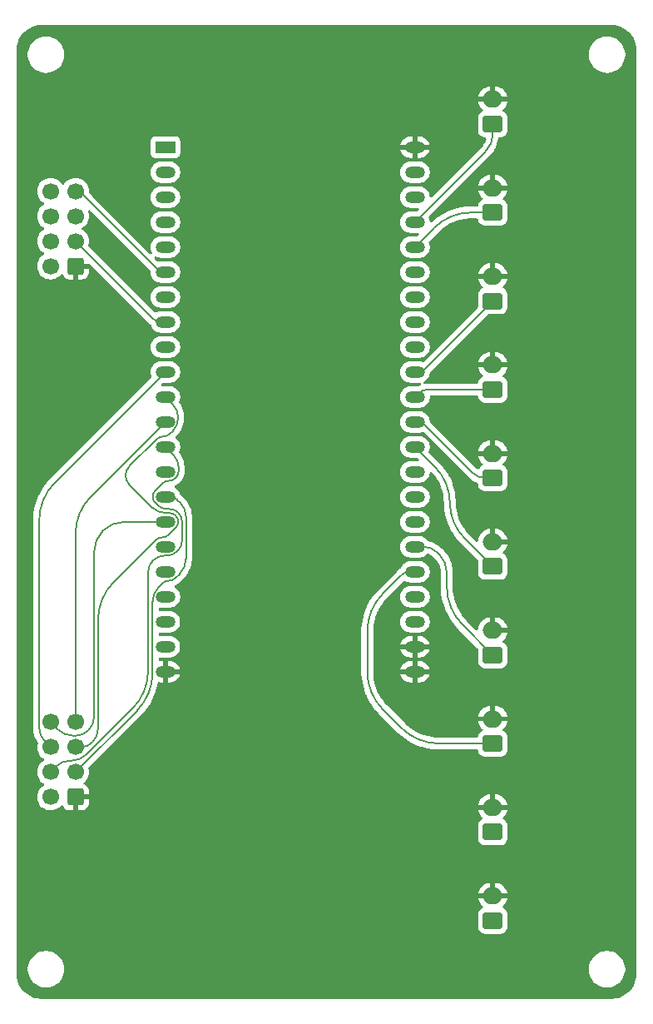
<source format=gbr>
%TF.GenerationSoftware,KiCad,Pcbnew,8.0.6*%
%TF.CreationDate,2025-02-05T19:47:27+13:00*%
%TF.ProjectId,Door Controller,446f6f72-2043-46f6-9e74-726f6c6c6572,rev?*%
%TF.SameCoordinates,Original*%
%TF.FileFunction,Copper,L2,Bot*%
%TF.FilePolarity,Positive*%
%FSLAX46Y46*%
G04 Gerber Fmt 4.6, Leading zero omitted, Abs format (unit mm)*
G04 Created by KiCad (PCBNEW 8.0.6) date 2025-02-05 19:47:27*
%MOMM*%
%LPD*%
G01*
G04 APERTURE LIST*
G04 Aperture macros list*
%AMRoundRect*
0 Rectangle with rounded corners*
0 $1 Rounding radius*
0 $2 $3 $4 $5 $6 $7 $8 $9 X,Y pos of 4 corners*
0 Add a 4 corners polygon primitive as box body*
4,1,4,$2,$3,$4,$5,$6,$7,$8,$9,$2,$3,0*
0 Add four circle primitives for the rounded corners*
1,1,$1+$1,$2,$3*
1,1,$1+$1,$4,$5*
1,1,$1+$1,$6,$7*
1,1,$1+$1,$8,$9*
0 Add four rect primitives between the rounded corners*
20,1,$1+$1,$2,$3,$4,$5,0*
20,1,$1+$1,$4,$5,$6,$7,0*
20,1,$1+$1,$6,$7,$8,$9,0*
20,1,$1+$1,$8,$9,$2,$3,0*%
G04 Aperture macros list end*
%TA.AperFunction,ComponentPad*%
%ADD10O,2.000000X1.700000*%
%TD*%
%TA.AperFunction,ComponentPad*%
%ADD11RoundRect,0.250000X0.750000X-0.600000X0.750000X0.600000X-0.750000X0.600000X-0.750000X-0.600000X0*%
%TD*%
%TA.AperFunction,ComponentPad*%
%ADD12C,1.700000*%
%TD*%
%TA.AperFunction,ComponentPad*%
%ADD13RoundRect,0.250000X0.600000X0.600000X-0.600000X0.600000X-0.600000X-0.600000X0.600000X-0.600000X0*%
%TD*%
%TA.AperFunction,ComponentPad*%
%ADD14O,2.000000X1.200000*%
%TD*%
%TA.AperFunction,ComponentPad*%
%ADD15R,2.000000X1.200000*%
%TD*%
%TA.AperFunction,Conductor*%
%ADD16C,0.200000*%
%TD*%
G04 APERTURE END LIST*
D10*
%TO.P,J7,2,Pin_2*%
%TO.N,GND*%
X98975000Y-112050000D03*
D11*
%TO.P,J7,1,Pin_1*%
%TO.N,Switch 7*%
X98975000Y-114550000D03*
%TD*%
D10*
%TO.P,J1,2,Pin_2*%
%TO.N,GND*%
X98975000Y-58050000D03*
D11*
%TO.P,J1,1,Pin_1*%
%TO.N,Switch 1*%
X98975000Y-60550000D03*
%TD*%
D10*
%TO.P,J4,2,Pin_2*%
%TO.N,GND*%
X98975000Y-85050000D03*
D11*
%TO.P,J4,1,Pin_1*%
%TO.N,Switch 4*%
X98975000Y-87550000D03*
%TD*%
D10*
%TO.P,J5,2,Pin_2*%
%TO.N,GND*%
X98975000Y-94050000D03*
D11*
%TO.P,J5,1,Pin_1*%
%TO.N,Switch 5*%
X98975000Y-96550000D03*
%TD*%
D10*
%TO.P,J9,2,Pin_2*%
%TO.N,GND*%
X98975000Y-130050000D03*
D11*
%TO.P,J9,1,Pin_1*%
%TO.N,Switch 9*%
X98975000Y-132550000D03*
%TD*%
D10*
%TO.P,J8,2,Pin_2*%
%TO.N,GND*%
X98975000Y-121050000D03*
D11*
%TO.P,J8,1,Pin_1*%
%TO.N,Switch 8*%
X98975000Y-123550000D03*
%TD*%
D10*
%TO.P,J3,2,Pin_2*%
%TO.N,GND*%
X98975000Y-76050000D03*
D11*
%TO.P,J3,1,Pin_1*%
%TO.N,Switch 3*%
X98975000Y-78550000D03*
%TD*%
D12*
%TO.P,J21,8,Pin_8*%
%TO.N,Controller 1 B PWM*%
X53960000Y-67380000D03*
%TO.P,J21,7,Pin_7*%
%TO.N,Controller 1 A PWM*%
X56500000Y-67380000D03*
%TO.P,J21,6,Pin_6*%
%TO.N,Controller 1 A*%
X53960000Y-69920000D03*
%TO.P,J21,5,Pin_5*%
%TO.N,Controller 1 a*%
X56500000Y-69920000D03*
%TO.P,J21,4,Pin_4*%
%TO.N,Controller 1 B*%
X53960000Y-72460000D03*
%TO.P,J21,3,Pin_3*%
%TO.N,Controller 1 b*%
X56500000Y-72460000D03*
%TO.P,J21,2,Pin_2*%
%TO.N,Controller 1 +5v*%
X53960000Y-75000000D03*
D13*
%TO.P,J21,1,Pin_1*%
%TO.N,GND*%
X56500000Y-75000000D03*
%TD*%
D12*
%TO.P,J22,8,Pin_8*%
%TO.N,Controller 2 B PWM*%
X53960000Y-121380000D03*
%TO.P,J22,7,Pin_7*%
%TO.N,Controller 2 A PWM*%
X56500000Y-121380000D03*
%TO.P,J22,6,Pin_6*%
%TO.N,Controller 2 A*%
X53960000Y-123920000D03*
%TO.P,J22,5,Pin_5*%
%TO.N,Controller 2 a*%
X56500000Y-123920000D03*
%TO.P,J22,4,Pin_4*%
%TO.N,Controller 2 B*%
X53960000Y-126460000D03*
%TO.P,J22,3,Pin_3*%
%TO.N,Controller 2 b*%
X56500000Y-126460000D03*
%TO.P,J22,2,Pin_2*%
%TO.N,Controller 2 +5v*%
X53960000Y-129000000D03*
D13*
%TO.P,J22,1,Pin_1*%
%TO.N,GND*%
X56500000Y-129000000D03*
%TD*%
D14*
%TO.P,U1,44,GND*%
%TO.N,GND*%
X91050000Y-62904740D03*
%TO.P,U1,43,GPIO43/U0TXD*%
%TO.N,unconnected-(U1-GPIO43{slash}U0TXD-Pad43)*%
X91050000Y-65444740D03*
%TO.P,U1,42,GPIO44/U0RXD*%
%TO.N,unconnected-(U1-GPIO44{slash}U0RXD-Pad42)*%
X91050000Y-67984740D03*
%TO.P,U1,41,GPIO1/ADC1_CH0*%
%TO.N,Switch 1*%
X91050000Y-70524740D03*
%TO.P,U1,40,GPIO2/ADC1_CH1*%
%TO.N,Switch 2*%
X91050000Y-73064740D03*
%TO.P,U1,39,GPIO42/MTMS*%
%TO.N,unconnected-(U1-GPIO42{slash}MTMS-Pad39)*%
X91050000Y-75604740D03*
%TO.P,U1,38,GPIO41/MTDI*%
%TO.N,unconnected-(U1-GPIO41{slash}MTDI-Pad38)*%
X91050000Y-78144740D03*
%TO.P,U1,37,GPIO40/MTDO*%
%TO.N,unconnected-(U1-GPIO40{slash}MTDO-Pad37)*%
X91050000Y-80684740D03*
%TO.P,U1,36,GPIO39/MTCK*%
%TO.N,unconnected-(U1-GPIO39{slash}MTCK-Pad36)*%
X91050000Y-83224740D03*
%TO.P,U1,35,GPIO38*%
%TO.N,Switch 3*%
X91050000Y-85764740D03*
%TO.P,U1,34,GPIO37*%
%TO.N,Switch 4*%
X91050000Y-88304740D03*
%TO.P,U1,33,GPIO36*%
%TO.N,Switch 5*%
X91050000Y-90844740D03*
%TO.P,U1,32,GPIO35*%
%TO.N,Switch 6*%
X91050000Y-93384740D03*
%TO.P,U1,31,GPIO0*%
%TO.N,unconnected-(U1-GPIO0-Pad31)*%
X91050000Y-95924740D03*
%TO.P,U1,30,GPIO45*%
%TO.N,unconnected-(U1-GPIO45-Pad30)*%
X91050000Y-98464740D03*
%TO.P,U1,29,GPIO48*%
%TO.N,RGB LED*%
X91050000Y-101004740D03*
%TO.P,U1,28,GPIO47*%
%TO.N,Switch 7*%
X91050000Y-103544740D03*
%TO.P,U1,27,GPIO21*%
%TO.N,Switch 8*%
X91050000Y-106084740D03*
%TO.P,U1,26,GPIO20/USB_D+*%
%TO.N,unconnected-(U1-GPIO20{slash}USB_D+-Pad26)*%
X91050000Y-108624740D03*
%TO.P,U1,25,GPIO19/USB_D-*%
%TO.N,unconnected-(U1-GPIO19{slash}USB_D--Pad25)*%
X91050000Y-111164740D03*
%TO.P,U1,24,GND*%
%TO.N,GND*%
X91050000Y-113704740D03*
%TO.P,U1,23,GND*%
X91050000Y-116244740D03*
%TO.P,U1,22,GND*%
X65646320Y-116242020D03*
%TO.P,U1,21,5V*%
%TO.N,+5V*%
X65646320Y-113702020D03*
%TO.P,U1,20,GPIO14/ADC2_CH3*%
%TO.N,unconnected-(U1-GPIO14{slash}ADC2_CH3-Pad20)*%
X65646320Y-111162020D03*
%TO.P,U1,19,GPIO13/ADC2_CH2*%
%TO.N,unconnected-(U1-GPIO13{slash}ADC2_CH2-Pad19)*%
X65650000Y-108624740D03*
%TO.P,U1,18,GPIO12/ADC2_CH1*%
%TO.N,Switch 10*%
X65650000Y-106084740D03*
%TO.P,U1,17,GPIO11/ADC2_CH0*%
%TO.N,Switch 9*%
X65650000Y-103544740D03*
%TO.P,U1,16,GPIO10/ADC1_CH9*%
%TO.N,Controller 2 B PWM*%
X65650000Y-101004740D03*
%TO.P,U1,15,GPIO9/ADC1_CH8*%
%TO.N,Controller 2 b*%
X65650000Y-98464740D03*
%TO.P,U1,14,GPIO46*%
%TO.N,unconnected-(U1-GPIO46-Pad14)*%
X65650000Y-95924740D03*
%TO.P,U1,13,GPIO3/ADC1_CH2*%
%TO.N,Controller 2 B*%
X65650000Y-93384740D03*
%TO.P,U1,12,GPIO8/ADC1_CH7*%
%TO.N,Controller 2 A PWM*%
X65650000Y-90844740D03*
%TO.P,U1,11,GPIO18/ADC2_CH7*%
%TO.N,Controller 2 a*%
X65650000Y-88304740D03*
%TO.P,U1,10,GPIO17/ADC2_CH6*%
%TO.N,Controller 2 A*%
X65650000Y-85764740D03*
%TO.P,U1,9,GPIO16/ADC2_CH5/32K_N*%
%TO.N,Controller 1 B PWM*%
X65650000Y-83224740D03*
%TO.P,U1,8,GPIO15/ADC2_CH4/32K_P*%
%TO.N,Controller 1 b*%
X65650000Y-80684740D03*
%TO.P,U1,7,GPIO7/ADC1_CH6*%
%TO.N,Controller 1 B*%
X65650000Y-78144740D03*
%TO.P,U1,6,GPIO6/ADC1_CH5*%
%TO.N,Controller 1 A PWM*%
X65650000Y-75604740D03*
%TO.P,U1,5,GPIO5/ADC1_CH4*%
%TO.N,Controller 1 a*%
X65650000Y-73064740D03*
%TO.P,U1,4,GPIO4/ADC1_CH3*%
%TO.N,Controller 1 A*%
X65650000Y-70524740D03*
%TO.P,U1,3,CHIP_PU*%
%TO.N,unconnected-(U1-CHIP_PU-Pad3)*%
X65650000Y-67984740D03*
%TO.P,U1,2,3V3*%
%TO.N,Net-(U1-3V3-Pad1)*%
X65650000Y-65444740D03*
D15*
%TO.P,U1,1,3V3*%
X65650000Y-62904740D03*
%TD*%
D10*
%TO.P,J2,2,Pin_2*%
%TO.N,GND*%
X98975000Y-67050000D03*
D11*
%TO.P,J2,1,Pin_1*%
%TO.N,Switch 2*%
X98975000Y-69550000D03*
%TD*%
D10*
%TO.P,J10,2,Pin_2*%
%TO.N,GND*%
X98975000Y-139050000D03*
D11*
%TO.P,J10,1,Pin_1*%
%TO.N,Switch 10*%
X98975000Y-141550000D03*
%TD*%
D10*
%TO.P,J6,2,Pin_2*%
%TO.N,GND*%
X98975000Y-103050000D03*
D11*
%TO.P,J6,1,Pin_1*%
%TO.N,Switch 6*%
X98975000Y-105550000D03*
%TD*%
D16*
%TO.N,Switch 1*%
X98250307Y-63324432D02*
X91050000Y-70524740D01*
X98975000Y-61574870D02*
X98975000Y-60550000D01*
%TO.N,Switch 2*%
X96769870Y-69550000D02*
X98975000Y-69550000D01*
X93005477Y-71109262D02*
X91050000Y-73064740D01*
%TO.N,Switch 3*%
X91405130Y-85764740D02*
X91050000Y-85764740D01*
X92011374Y-85513625D02*
X98975000Y-78550000D01*
%TO.N,Controller 1 b*%
X64397611Y-80357611D02*
X56500000Y-72460000D01*
X65187370Y-80684740D02*
X65650000Y-80684740D01*
%TO.N,Controller 1 B PWM*%
X54295147Y-67380000D02*
X53960000Y-67380000D01*
X54440000Y-67440000D02*
X54500000Y-67500000D01*
%TO.N,Controller 1 A PWM*%
X57014350Y-67514350D02*
X64911961Y-75411961D01*
X56690000Y-67380000D02*
X56500000Y-67380000D01*
X65377370Y-75604740D02*
X65650000Y-75604740D01*
%TO.N,Controller 2 A PWM*%
X56500000Y-102248703D02*
X56500000Y-121380000D01*
X58093792Y-98400947D02*
X65650000Y-90844740D01*
%TO.N,Controller 2 B PWM*%
X54673187Y-122093187D02*
X53960000Y-121380000D01*
X56461262Y-122770000D02*
X56307157Y-122770000D01*
X58400000Y-104069440D02*
X58400000Y-120831262D01*
X61464700Y-101004740D02*
X65650000Y-101004740D01*
%TO.N,Controller 2 b*%
X64980789Y-107619209D02*
X65329754Y-107270245D01*
X62752527Y-120207472D02*
X56500000Y-126460000D01*
X66708297Y-106699234D02*
X67086396Y-106321136D01*
X66107370Y-98464740D02*
X65650000Y-98464740D01*
X64346320Y-109150956D02*
X64346320Y-116359716D01*
X66888149Y-98788149D02*
X67157370Y-99057370D01*
X67750000Y-100488105D02*
X67750000Y-104719054D01*
%TO.N,Controller 2 a*%
X57101040Y-123920000D02*
X56500000Y-123920000D01*
X64746917Y-92615029D02*
X61976740Y-95385207D01*
X66012348Y-102315182D02*
X66686396Y-101641135D01*
X66393659Y-91773872D02*
X66122135Y-92045396D01*
X66049999Y-100104740D02*
X65650000Y-100104740D01*
X66379791Y-89034531D02*
X65650000Y-88304740D01*
X58127080Y-123494999D02*
X58251040Y-123371040D01*
X64637131Y-102884816D02*
X60393792Y-107128155D01*
X58800000Y-110975911D02*
X58800000Y-122045735D01*
X66950000Y-90411136D02*
X66950000Y-90430747D01*
X61976740Y-97204272D02*
X64330761Y-99558293D01*
%TO.N,Controller 2 A*%
X54403792Y-97010947D02*
X65650000Y-85764740D01*
X52810000Y-121956827D02*
X52810000Y-100858703D01*
X53385000Y-123345000D02*
X53960000Y-123920000D01*
%TO.N,Controller 2 B*%
X54535000Y-125885000D02*
X53960000Y-126460000D01*
X64783604Y-99271136D02*
X64613603Y-99101135D01*
X67350000Y-102861896D02*
X67350000Y-101004739D01*
X56050000Y-125310000D02*
X55923172Y-125310000D01*
X66050000Y-99704740D02*
X65830416Y-99704740D01*
X67000000Y-95839384D02*
X67000000Y-95491136D01*
X66711395Y-96536135D02*
X66707608Y-96539923D01*
X63893817Y-106123493D02*
X63893817Y-116152219D01*
X64613603Y-97828344D02*
X65332391Y-97109556D01*
X62300024Y-119999975D02*
X57654680Y-124645319D01*
X66465147Y-94199887D02*
X65650000Y-93384740D01*
X65572570Y-104444740D02*
X65767156Y-104444740D01*
%TO.N,Switch 8*%
X93503963Y-123550000D02*
X98975000Y-123550000D01*
X86200000Y-112153963D02*
X86200000Y-116246036D01*
X89649424Y-106450575D02*
X87793792Y-108306207D01*
X90532630Y-106084740D02*
X91050000Y-106084740D01*
X89656207Y-121956207D02*
X87793792Y-120093792D01*
%TO.N,Switch 4*%
X92338421Y-87550000D02*
X98975000Y-87550000D01*
X91427370Y-87927370D02*
X91050000Y-88304740D01*
%TO.N,Switch 7*%
X94300000Y-107621036D02*
X94300000Y-106199734D01*
X91897370Y-103544740D02*
X91050000Y-103544740D01*
X95893792Y-111468792D02*
X98975000Y-114550000D01*
X93343921Y-104143921D02*
X93522370Y-104322370D01*
%TO.N,Switch 9*%
X98975000Y-132550000D02*
X98650000Y-132550000D01*
%TO.N,Switch 6*%
X93100841Y-95435581D02*
X91050000Y-93384740D01*
X96099158Y-102674158D02*
X98975000Y-105550000D01*
%TO.N,Switch 5*%
X91990367Y-91090367D02*
X96910831Y-96010831D01*
X91397370Y-90844740D02*
X91050000Y-90844740D01*
X98212500Y-96550000D02*
X98975000Y-96550000D01*
%TO.N,Switch 1*%
X98975000Y-61574870D02*
G75*
G02*
X98250332Y-63324457I-2474300J-30D01*
G01*
%TO.N,Switch 2*%
X96769870Y-69550000D02*
G75*
G03*
X93005504Y-71109289I30J-5323600D01*
G01*
%TO.N,Switch 3*%
X92011374Y-85513625D02*
G75*
G02*
X91405130Y-85764766I-606274J606225D01*
G01*
%TO.N,Controller 1 b*%
X64397611Y-80357611D02*
G75*
G03*
X65187370Y-80684746I789789J789811D01*
G01*
%TO.N,Controller 1 B PWM*%
X54440000Y-67440000D02*
G75*
G03*
X54295147Y-67379980I-144900J-144900D01*
G01*
%TO.N,Controller 1 A PWM*%
X64911961Y-75411961D02*
G75*
G03*
X65377370Y-75604775I465439J465361D01*
G01*
X57014350Y-67514350D02*
G75*
G03*
X56690000Y-67380000I-324350J-324350D01*
G01*
%TO.N,Controller 2 A PWM*%
X58093792Y-98400947D02*
G75*
G03*
X56499987Y-102248703I3847708J-3847753D01*
G01*
%TO.N,Controller 2 B PWM*%
X61464700Y-101004740D02*
G75*
G03*
X59297638Y-101902378I0J-3064660D01*
G01*
X54673187Y-122093187D02*
G75*
G03*
X56307157Y-122770025I1634013J1633987D01*
G01*
X57832157Y-122202157D02*
G75*
G02*
X56461262Y-122769985I-1370857J1370857D01*
G01*
X58400000Y-120831262D02*
G75*
G02*
X57832168Y-122202168I-1938700J-38D01*
G01*
X59297630Y-101902370D02*
G75*
G03*
X58400028Y-104069440I2167070J-2167030D01*
G01*
%TO.N,Controller 2 b*%
X67750000Y-104719054D02*
G75*
G02*
X67086372Y-106321112I-2265700J54D01*
G01*
X66019026Y-106984740D02*
G75*
G03*
X65329745Y-107270236I-26J-974760D01*
G01*
X66708297Y-106699234D02*
G75*
G02*
X66019026Y-106984769I-689297J689234D01*
G01*
X67157370Y-99057370D02*
G75*
G02*
X67749986Y-100488105I-1430770J-1430730D01*
G01*
X64346320Y-116359716D02*
G75*
G02*
X62752513Y-120207458I-5441520J16D01*
G01*
X64980789Y-107619209D02*
G75*
G03*
X64346277Y-109150956I1531711J-1531791D01*
G01*
X66888149Y-98788149D02*
G75*
G03*
X66107370Y-98464753I-780749J-780751D01*
G01*
%TO.N,Controller 2 a*%
X58800000Y-122045735D02*
G75*
G02*
X58251030Y-123371030I-1874300J35D01*
G01*
X60393792Y-107128155D02*
G75*
G03*
X58799993Y-110975911I3847708J-3847745D01*
G01*
X66950000Y-101004740D02*
G75*
G02*
X66686377Y-101641116I-900000J40D01*
G01*
X65324740Y-102600000D02*
G75*
G03*
X64637117Y-102884802I-40J-972400D01*
G01*
X64330761Y-99558293D02*
G75*
G03*
X65650000Y-100104753I1319239J1319193D01*
G01*
X66686396Y-100368344D02*
G75*
G03*
X66049999Y-100104728I-636396J-636356D01*
G01*
X61976740Y-95385207D02*
G75*
G03*
X61600035Y-96294740I909560J-909493D01*
G01*
X66122135Y-92045396D02*
G75*
G02*
X65434527Y-92330235I-687635J687596D01*
G01*
X66686396Y-100368344D02*
G75*
G02*
X66949972Y-101004740I-636396J-636356D01*
G01*
X66012348Y-102315182D02*
G75*
G02*
X65324740Y-102600034I-687648J687582D01*
G01*
X65434527Y-92330213D02*
G75*
G03*
X64746913Y-92615025I-27J-972387D01*
G01*
X66950000Y-90430747D02*
G75*
G02*
X66393643Y-91773856I-1899500J47D01*
G01*
X66379791Y-89034531D02*
G75*
G02*
X66949978Y-90411136I-1376591J-1376569D01*
G01*
X58127080Y-123494999D02*
G75*
G02*
X57101040Y-123920039I-1026080J1025999D01*
G01*
X61600000Y-96294740D02*
G75*
G03*
X61976755Y-97204257I1286300J40D01*
G01*
%TO.N,Controller 2 A*%
X54403792Y-97010947D02*
G75*
G03*
X52809987Y-100858703I3847708J-3847753D01*
G01*
X52810000Y-121956827D02*
G75*
G03*
X53385008Y-123344992I1963200J27D01*
G01*
%TO.N,Controller 2 B*%
X66969239Y-100085501D02*
G75*
G02*
X67349972Y-101004739I-919239J-919199D01*
G01*
X66465147Y-94199887D02*
G75*
G02*
X66999975Y-95491136I-1291247J-1291213D01*
G01*
X64350000Y-98464740D02*
G75*
G03*
X64613623Y-99101115I900000J40D01*
G01*
X64783604Y-99271136D02*
G75*
G03*
X65830416Y-99704721I1046796J1046836D01*
G01*
X55923172Y-125310000D02*
G75*
G03*
X54535008Y-125885008I28J-1963200D01*
G01*
X67350000Y-102861896D02*
G75*
G02*
X66886389Y-103981129I-1582800J-4D01*
G01*
X66969239Y-100085501D02*
G75*
G03*
X66050000Y-99704728I-919239J-919199D01*
G01*
X66707608Y-96539923D02*
G75*
G02*
X66020000Y-96824735I-687608J687623D01*
G01*
X66020000Y-96824740D02*
G75*
G03*
X65332384Y-97109549I0J-972460D01*
G01*
X57654680Y-124645319D02*
G75*
G02*
X56050000Y-125309988I-1604680J1604719D01*
G01*
X63893817Y-116152219D02*
G75*
G02*
X62300008Y-119999959I-5441517J19D01*
G01*
X64385512Y-104936435D02*
G75*
G03*
X63893820Y-106123493I1187088J-1187065D01*
G01*
X64613603Y-97828344D02*
G75*
G03*
X64350028Y-98464740I636397J-636356D01*
G01*
X66886396Y-103981136D02*
G75*
G02*
X65767156Y-104444710I-1119196J1119236D01*
G01*
X65572570Y-104444740D02*
G75*
G03*
X64385526Y-104936449I30J-1678760D01*
G01*
X67000000Y-95839384D02*
G75*
G02*
X66711413Y-96536153I-985400J-16D01*
G01*
%TO.N,Switch 8*%
X86200000Y-116246036D02*
G75*
G03*
X87793800Y-120093784I5441600J36D01*
G01*
X87793792Y-108306207D02*
G75*
G03*
X86199959Y-112153963I3847708J-3847793D01*
G01*
X90532630Y-106084740D02*
G75*
G03*
X89649406Y-106450557I-30J-1249060D01*
G01*
X89656207Y-121956207D02*
G75*
G03*
X93503963Y-123550011I3847793J3847807D01*
G01*
%TO.N,Switch 4*%
X92338421Y-87550000D02*
G75*
G03*
X91427364Y-87927364I-21J-1288400D01*
G01*
%TO.N,Switch 7*%
X93522370Y-104322370D02*
G75*
G02*
X94299974Y-106199734I-1877370J-1877330D01*
G01*
X93343921Y-104143921D02*
G75*
G03*
X91897370Y-103544769I-1446521J-1446579D01*
G01*
X94300000Y-107621036D02*
G75*
G03*
X95893800Y-111468784I5441600J36D01*
G01*
%TO.N,Switch 6*%
X93100841Y-95435581D02*
G75*
G02*
X94600006Y-99054870I-3619341J-3619319D01*
G01*
X94600000Y-99054870D02*
G75*
G03*
X96099153Y-102674163I5118400J-30D01*
G01*
%TO.N,Switch 5*%
X96910831Y-96010831D02*
G75*
G03*
X98212500Y-96550011I1301669J1301631D01*
G01*
X91990367Y-91090367D02*
G75*
G03*
X91397370Y-90844771I-592967J-593033D01*
G01*
%TD*%
%TA.AperFunction,Conductor*%
%TO.N,GND*%
G36*
X111103736Y-50500726D02*
G01*
X111393796Y-50518271D01*
X111408659Y-50520076D01*
X111690798Y-50571780D01*
X111705335Y-50575363D01*
X111979172Y-50660695D01*
X111993163Y-50666000D01*
X112254743Y-50783727D01*
X112267989Y-50790680D01*
X112513465Y-50939075D01*
X112525776Y-50947573D01*
X112751573Y-51124473D01*
X112762781Y-51134403D01*
X112965596Y-51337218D01*
X112975526Y-51348426D01*
X113095481Y-51501538D01*
X113152422Y-51574217D01*
X113160926Y-51586537D01*
X113218128Y-51681161D01*
X113309316Y-51832004D01*
X113316275Y-51845263D01*
X113433997Y-52106831D01*
X113439306Y-52120832D01*
X113524635Y-52394663D01*
X113528219Y-52409201D01*
X113579923Y-52691340D01*
X113581728Y-52706205D01*
X113599274Y-52996263D01*
X113599500Y-53003750D01*
X113599500Y-146996249D01*
X113599274Y-147003736D01*
X113581728Y-147293794D01*
X113579923Y-147308659D01*
X113528219Y-147590798D01*
X113524635Y-147605336D01*
X113439306Y-147879167D01*
X113433997Y-147893168D01*
X113316275Y-148154736D01*
X113309316Y-148167995D01*
X113160928Y-148413459D01*
X113152422Y-148425782D01*
X112975526Y-148651573D01*
X112965596Y-148662781D01*
X112762781Y-148865596D01*
X112751573Y-148875526D01*
X112525782Y-149052422D01*
X112513459Y-149060928D01*
X112267995Y-149209316D01*
X112254736Y-149216275D01*
X111993168Y-149333997D01*
X111979167Y-149339306D01*
X111705336Y-149424635D01*
X111690798Y-149428219D01*
X111408659Y-149479923D01*
X111393794Y-149481728D01*
X111103736Y-149499274D01*
X111096249Y-149499500D01*
X53003751Y-149499500D01*
X52996264Y-149499274D01*
X52706205Y-149481728D01*
X52691340Y-149479923D01*
X52409201Y-149428219D01*
X52394663Y-149424635D01*
X52120832Y-149339306D01*
X52106831Y-149333997D01*
X51845263Y-149216275D01*
X51832004Y-149209316D01*
X51586540Y-149060928D01*
X51574217Y-149052422D01*
X51348426Y-148875526D01*
X51337218Y-148865596D01*
X51134403Y-148662781D01*
X51124473Y-148651573D01*
X50947573Y-148425776D01*
X50939075Y-148413465D01*
X50790680Y-148167989D01*
X50783727Y-148154743D01*
X50666000Y-147893163D01*
X50660693Y-147879167D01*
X50611949Y-147722743D01*
X50575363Y-147605335D01*
X50571780Y-147590798D01*
X50520076Y-147308659D01*
X50518271Y-147293794D01*
X50500726Y-147003736D01*
X50500500Y-146996249D01*
X50500500Y-146378711D01*
X51649500Y-146378711D01*
X51649500Y-146621288D01*
X51681161Y-146861785D01*
X51743947Y-147096104D01*
X51836773Y-147320205D01*
X51836776Y-147320212D01*
X51958064Y-147530289D01*
X51958066Y-147530292D01*
X51958067Y-147530293D01*
X52105733Y-147722736D01*
X52105739Y-147722743D01*
X52277256Y-147894260D01*
X52277262Y-147894265D01*
X52469711Y-148041936D01*
X52679788Y-148163224D01*
X52903900Y-148256054D01*
X53138211Y-148318838D01*
X53318586Y-148342584D01*
X53378711Y-148350500D01*
X53378712Y-148350500D01*
X53621289Y-148350500D01*
X53669388Y-148344167D01*
X53861789Y-148318838D01*
X54096100Y-148256054D01*
X54320212Y-148163224D01*
X54530289Y-148041936D01*
X54722738Y-147894265D01*
X54894265Y-147722738D01*
X55041936Y-147530289D01*
X55163224Y-147320212D01*
X55256054Y-147096100D01*
X55318838Y-146861789D01*
X55350500Y-146621288D01*
X55350500Y-146378712D01*
X55350500Y-146378711D01*
X108749500Y-146378711D01*
X108749500Y-146621288D01*
X108781161Y-146861785D01*
X108843947Y-147096104D01*
X108936773Y-147320205D01*
X108936776Y-147320212D01*
X109058064Y-147530289D01*
X109058066Y-147530292D01*
X109058067Y-147530293D01*
X109205733Y-147722736D01*
X109205739Y-147722743D01*
X109377256Y-147894260D01*
X109377262Y-147894265D01*
X109569711Y-148041936D01*
X109779788Y-148163224D01*
X110003900Y-148256054D01*
X110238211Y-148318838D01*
X110418586Y-148342584D01*
X110478711Y-148350500D01*
X110478712Y-148350500D01*
X110721289Y-148350500D01*
X110769388Y-148344167D01*
X110961789Y-148318838D01*
X111196100Y-148256054D01*
X111420212Y-148163224D01*
X111630289Y-148041936D01*
X111822738Y-147894265D01*
X111994265Y-147722738D01*
X112141936Y-147530289D01*
X112263224Y-147320212D01*
X112356054Y-147096100D01*
X112418838Y-146861789D01*
X112450500Y-146621288D01*
X112450500Y-146378712D01*
X112418838Y-146138211D01*
X112356054Y-145903900D01*
X112263224Y-145679788D01*
X112141936Y-145469711D01*
X111994265Y-145277262D01*
X111994260Y-145277256D01*
X111822743Y-145105739D01*
X111822736Y-145105733D01*
X111630293Y-144958067D01*
X111630292Y-144958066D01*
X111630289Y-144958064D01*
X111420212Y-144836776D01*
X111420205Y-144836773D01*
X111196104Y-144743947D01*
X110961785Y-144681161D01*
X110721289Y-144649500D01*
X110721288Y-144649500D01*
X110478712Y-144649500D01*
X110478711Y-144649500D01*
X110238214Y-144681161D01*
X110003895Y-144743947D01*
X109779794Y-144836773D01*
X109779785Y-144836777D01*
X109569706Y-144958067D01*
X109377263Y-145105733D01*
X109377256Y-145105739D01*
X109205739Y-145277256D01*
X109205733Y-145277263D01*
X109058067Y-145469706D01*
X108936777Y-145679785D01*
X108936773Y-145679794D01*
X108843947Y-145903895D01*
X108781161Y-146138214D01*
X108749500Y-146378711D01*
X55350500Y-146378711D01*
X55318838Y-146138211D01*
X55256054Y-145903900D01*
X55163224Y-145679788D01*
X55041936Y-145469711D01*
X54894265Y-145277262D01*
X54894260Y-145277256D01*
X54722743Y-145105739D01*
X54722736Y-145105733D01*
X54530293Y-144958067D01*
X54530292Y-144958066D01*
X54530289Y-144958064D01*
X54320212Y-144836776D01*
X54320205Y-144836773D01*
X54096104Y-144743947D01*
X53861785Y-144681161D01*
X53621289Y-144649500D01*
X53621288Y-144649500D01*
X53378712Y-144649500D01*
X53378711Y-144649500D01*
X53138214Y-144681161D01*
X52903895Y-144743947D01*
X52679794Y-144836773D01*
X52679785Y-144836777D01*
X52469706Y-144958067D01*
X52277263Y-145105733D01*
X52277256Y-145105739D01*
X52105739Y-145277256D01*
X52105733Y-145277263D01*
X51958067Y-145469706D01*
X51836777Y-145679785D01*
X51836773Y-145679794D01*
X51743947Y-145903895D01*
X51681161Y-146138214D01*
X51649500Y-146378711D01*
X50500500Y-146378711D01*
X50500500Y-140899983D01*
X97474500Y-140899983D01*
X97474500Y-142200001D01*
X97474501Y-142200018D01*
X97485000Y-142302796D01*
X97485001Y-142302799D01*
X97540185Y-142469331D01*
X97540186Y-142469334D01*
X97632288Y-142618656D01*
X97756344Y-142742712D01*
X97905666Y-142834814D01*
X98072203Y-142889999D01*
X98174991Y-142900500D01*
X99775008Y-142900499D01*
X99877797Y-142889999D01*
X100044334Y-142834814D01*
X100193656Y-142742712D01*
X100317712Y-142618656D01*
X100409814Y-142469334D01*
X100464999Y-142302797D01*
X100475500Y-142200009D01*
X100475499Y-140899992D01*
X100464999Y-140797203D01*
X100409814Y-140630666D01*
X100317712Y-140481344D01*
X100193656Y-140357288D01*
X100044334Y-140265186D01*
X100044332Y-140265185D01*
X100038440Y-140261551D01*
X99991716Y-140209603D01*
X99980493Y-140140641D01*
X100008337Y-140076558D01*
X100015856Y-140068330D01*
X100154728Y-139929458D01*
X100279620Y-139757557D01*
X100376095Y-139568217D01*
X100441757Y-139366129D01*
X100441757Y-139366126D01*
X100452231Y-139300000D01*
X99408012Y-139300000D01*
X99440925Y-139242993D01*
X99475000Y-139115826D01*
X99475000Y-138984174D01*
X99440925Y-138857007D01*
X99408012Y-138800000D01*
X100452231Y-138800000D01*
X100441757Y-138733873D01*
X100441757Y-138733870D01*
X100376095Y-138531782D01*
X100279620Y-138342442D01*
X100154727Y-138170540D01*
X100154723Y-138170535D01*
X100004464Y-138020276D01*
X100004459Y-138020272D01*
X99832557Y-137895379D01*
X99643217Y-137798904D01*
X99441129Y-137733242D01*
X99231246Y-137700000D01*
X99225000Y-137700000D01*
X99225000Y-138616988D01*
X99167993Y-138584075D01*
X99040826Y-138550000D01*
X98909174Y-138550000D01*
X98782007Y-138584075D01*
X98725000Y-138616988D01*
X98725000Y-137700000D01*
X98718754Y-137700000D01*
X98508872Y-137733242D01*
X98508869Y-137733242D01*
X98306782Y-137798904D01*
X98117442Y-137895379D01*
X97945540Y-138020272D01*
X97945535Y-138020276D01*
X97795276Y-138170535D01*
X97795272Y-138170540D01*
X97670379Y-138342442D01*
X97573904Y-138531782D01*
X97508242Y-138733870D01*
X97508242Y-138733873D01*
X97497769Y-138800000D01*
X98541988Y-138800000D01*
X98509075Y-138857007D01*
X98475000Y-138984174D01*
X98475000Y-139115826D01*
X98509075Y-139242993D01*
X98541988Y-139300000D01*
X97497769Y-139300000D01*
X97508242Y-139366126D01*
X97508242Y-139366129D01*
X97573904Y-139568217D01*
X97670379Y-139757557D01*
X97795272Y-139929459D01*
X97795276Y-139929464D01*
X97934143Y-140068331D01*
X97967628Y-140129654D01*
X97962644Y-140199346D01*
X97920772Y-140255279D01*
X97911559Y-140261551D01*
X97756342Y-140357289D01*
X97632289Y-140481342D01*
X97540187Y-140630663D01*
X97540186Y-140630666D01*
X97485001Y-140797203D01*
X97485001Y-140797204D01*
X97485000Y-140797204D01*
X97474500Y-140899983D01*
X50500500Y-140899983D01*
X50500500Y-131899983D01*
X97474500Y-131899983D01*
X97474500Y-133200001D01*
X97474501Y-133200018D01*
X97485000Y-133302796D01*
X97485001Y-133302799D01*
X97540185Y-133469331D01*
X97540186Y-133469334D01*
X97632288Y-133618656D01*
X97756344Y-133742712D01*
X97905666Y-133834814D01*
X98072203Y-133889999D01*
X98174991Y-133900500D01*
X99775008Y-133900499D01*
X99877797Y-133889999D01*
X100044334Y-133834814D01*
X100193656Y-133742712D01*
X100317712Y-133618656D01*
X100409814Y-133469334D01*
X100464999Y-133302797D01*
X100475500Y-133200009D01*
X100475499Y-131899992D01*
X100464999Y-131797203D01*
X100409814Y-131630666D01*
X100317712Y-131481344D01*
X100193656Y-131357288D01*
X100044334Y-131265186D01*
X100044332Y-131265185D01*
X100038440Y-131261551D01*
X99991716Y-131209603D01*
X99980493Y-131140641D01*
X100008337Y-131076558D01*
X100015856Y-131068330D01*
X100154728Y-130929458D01*
X100279620Y-130757557D01*
X100376095Y-130568217D01*
X100441757Y-130366129D01*
X100441757Y-130366126D01*
X100452231Y-130300000D01*
X99408012Y-130300000D01*
X99440925Y-130242993D01*
X99475000Y-130115826D01*
X99475000Y-129984174D01*
X99440925Y-129857007D01*
X99408012Y-129800000D01*
X100452231Y-129800000D01*
X100441757Y-129733873D01*
X100441757Y-129733870D01*
X100376095Y-129531782D01*
X100279620Y-129342442D01*
X100154727Y-129170540D01*
X100154723Y-129170535D01*
X100004464Y-129020276D01*
X100004459Y-129020272D01*
X99832557Y-128895379D01*
X99643217Y-128798904D01*
X99441129Y-128733242D01*
X99231246Y-128700000D01*
X99225000Y-128700000D01*
X99225000Y-129616988D01*
X99167993Y-129584075D01*
X99040826Y-129550000D01*
X98909174Y-129550000D01*
X98782007Y-129584075D01*
X98725000Y-129616988D01*
X98725000Y-128700000D01*
X98718754Y-128700000D01*
X98508872Y-128733242D01*
X98508869Y-128733242D01*
X98306782Y-128798904D01*
X98117442Y-128895379D01*
X97945540Y-129020272D01*
X97945535Y-129020276D01*
X97795276Y-129170535D01*
X97795272Y-129170540D01*
X97670379Y-129342442D01*
X97573904Y-129531782D01*
X97508242Y-129733870D01*
X97508242Y-129733873D01*
X97497769Y-129800000D01*
X98541988Y-129800000D01*
X98509075Y-129857007D01*
X98475000Y-129984174D01*
X98475000Y-130115826D01*
X98509075Y-130242993D01*
X98541988Y-130300000D01*
X97497769Y-130300000D01*
X97508242Y-130366126D01*
X97508242Y-130366129D01*
X97573904Y-130568217D01*
X97670379Y-130757557D01*
X97795272Y-130929459D01*
X97795276Y-130929464D01*
X97934143Y-131068331D01*
X97967628Y-131129654D01*
X97962644Y-131199346D01*
X97920772Y-131255279D01*
X97911559Y-131261551D01*
X97756342Y-131357289D01*
X97632289Y-131481342D01*
X97540187Y-131630663D01*
X97540186Y-131630666D01*
X97485001Y-131797203D01*
X97485001Y-131797204D01*
X97485000Y-131797204D01*
X97474500Y-131899983D01*
X50500500Y-131899983D01*
X50500500Y-121905496D01*
X52209489Y-121905496D01*
X52209489Y-122100811D01*
X52241731Y-122386932D01*
X52241732Y-122386938D01*
X52305809Y-122667662D01*
X52305810Y-122667668D01*
X52400911Y-122939445D01*
X52400914Y-122939452D01*
X52525850Y-123198881D01*
X52657769Y-123408826D01*
X52676770Y-123476063D01*
X52672551Y-123506892D01*
X52624938Y-123684586D01*
X52624936Y-123684596D01*
X52604341Y-123919999D01*
X52604341Y-123920000D01*
X52624936Y-124155403D01*
X52624938Y-124155413D01*
X52686094Y-124383655D01*
X52686096Y-124383659D01*
X52686097Y-124383663D01*
X52690000Y-124392032D01*
X52785965Y-124597830D01*
X52785967Y-124597834D01*
X52921501Y-124791395D01*
X52921506Y-124791402D01*
X53088597Y-124958493D01*
X53088603Y-124958498D01*
X53274158Y-125088425D01*
X53317783Y-125143002D01*
X53324977Y-125212500D01*
X53293454Y-125274855D01*
X53274158Y-125291575D01*
X53088597Y-125421505D01*
X52921505Y-125588597D01*
X52785965Y-125782169D01*
X52785964Y-125782171D01*
X52686098Y-125996335D01*
X52686094Y-125996344D01*
X52624938Y-126224586D01*
X52624936Y-126224596D01*
X52604341Y-126459999D01*
X52604341Y-126460000D01*
X52624936Y-126695403D01*
X52624938Y-126695413D01*
X52686094Y-126923655D01*
X52686096Y-126923659D01*
X52686097Y-126923663D01*
X52690000Y-126932032D01*
X52785965Y-127137830D01*
X52785967Y-127137834D01*
X52894281Y-127292521D01*
X52921501Y-127331396D01*
X52921506Y-127331402D01*
X53088597Y-127498493D01*
X53088603Y-127498498D01*
X53274158Y-127628425D01*
X53317783Y-127683002D01*
X53324977Y-127752500D01*
X53293454Y-127814855D01*
X53274158Y-127831575D01*
X53088597Y-127961505D01*
X52921505Y-128128597D01*
X52785965Y-128322169D01*
X52785964Y-128322171D01*
X52686098Y-128536335D01*
X52686094Y-128536344D01*
X52624938Y-128764586D01*
X52624936Y-128764596D01*
X52604341Y-128999999D01*
X52604341Y-129000000D01*
X52624936Y-129235403D01*
X52624938Y-129235413D01*
X52686094Y-129463655D01*
X52686096Y-129463659D01*
X52686097Y-129463663D01*
X52772975Y-129649973D01*
X52785965Y-129677830D01*
X52785967Y-129677834D01*
X52838387Y-129752697D01*
X52921505Y-129871401D01*
X53088599Y-130038495D01*
X53185384Y-130106265D01*
X53282165Y-130174032D01*
X53282167Y-130174033D01*
X53282170Y-130174035D01*
X53496337Y-130273903D01*
X53496343Y-130273904D01*
X53496344Y-130273905D01*
X53535356Y-130284358D01*
X53724592Y-130335063D01*
X53912918Y-130351539D01*
X53959999Y-130355659D01*
X53960000Y-130355659D01*
X53960001Y-130355659D01*
X53999234Y-130352226D01*
X54195408Y-130335063D01*
X54423663Y-130273903D01*
X54637830Y-130174035D01*
X54831401Y-130038495D01*
X54998495Y-129871401D01*
X54998505Y-129871385D01*
X55000015Y-129869588D01*
X55000890Y-129869005D01*
X55002323Y-129867573D01*
X55002610Y-129867860D01*
X55058185Y-129830884D01*
X55128046Y-129829772D01*
X55187418Y-129866607D01*
X55212713Y-129910283D01*
X55215640Y-129919117D01*
X55215643Y-129919124D01*
X55307684Y-130068345D01*
X55431654Y-130192315D01*
X55580875Y-130284356D01*
X55580880Y-130284358D01*
X55747302Y-130339505D01*
X55747309Y-130339506D01*
X55850019Y-130349999D01*
X56249999Y-130349999D01*
X56250000Y-130349998D01*
X56250000Y-129433012D01*
X56307007Y-129465925D01*
X56434174Y-129500000D01*
X56565826Y-129500000D01*
X56692993Y-129465925D01*
X56750000Y-129433012D01*
X56750000Y-130349999D01*
X57149972Y-130349999D01*
X57149986Y-130349998D01*
X57252697Y-130339505D01*
X57419119Y-130284358D01*
X57419124Y-130284356D01*
X57568345Y-130192315D01*
X57692315Y-130068345D01*
X57784356Y-129919124D01*
X57784358Y-129919119D01*
X57839505Y-129752697D01*
X57839506Y-129752690D01*
X57849999Y-129649986D01*
X57850000Y-129649973D01*
X57850000Y-129250000D01*
X56933012Y-129250000D01*
X56965925Y-129192993D01*
X57000000Y-129065826D01*
X57000000Y-128934174D01*
X56965925Y-128807007D01*
X56933012Y-128750000D01*
X57849999Y-128750000D01*
X57849999Y-128350028D01*
X57849998Y-128350013D01*
X57839505Y-128247302D01*
X57784358Y-128080880D01*
X57784356Y-128080875D01*
X57692315Y-127931654D01*
X57568345Y-127807684D01*
X57419124Y-127715643D01*
X57419117Y-127715640D01*
X57410283Y-127712713D01*
X57352839Y-127672939D01*
X57326018Y-127608422D01*
X57338335Y-127539647D01*
X57367682Y-127502432D01*
X57367573Y-127502323D01*
X57368495Y-127501400D01*
X57369588Y-127500015D01*
X57371385Y-127498505D01*
X57371401Y-127498495D01*
X57538495Y-127331401D01*
X57674035Y-127137830D01*
X57773903Y-126923663D01*
X57835063Y-126695408D01*
X57855659Y-126460000D01*
X57835063Y-126224592D01*
X57800671Y-126096239D01*
X57802334Y-126026393D01*
X57832763Y-125976470D01*
X63233046Y-120576188D01*
X63233046Y-120576187D01*
X63238821Y-120570413D01*
X63239014Y-120570191D01*
X63329717Y-120479491D01*
X63612346Y-120153323D01*
X63870987Y-119807823D01*
X64104321Y-119444753D01*
X64311159Y-119065962D01*
X64490447Y-118673380D01*
X64641272Y-118269008D01*
X64762865Y-117854906D01*
X64787596Y-117741225D01*
X64854606Y-117433188D01*
X64854607Y-117433185D01*
X64856315Y-117421304D01*
X64885335Y-117357750D01*
X64944110Y-117319971D01*
X64998451Y-117316473D01*
X65159749Y-117342020D01*
X65396320Y-117342020D01*
X65396320Y-116557706D01*
X65400714Y-116562100D01*
X65491926Y-116614761D01*
X65593659Y-116642020D01*
X65698981Y-116642020D01*
X65800714Y-116614761D01*
X65891926Y-116562100D01*
X65896320Y-116557706D01*
X65896320Y-117342020D01*
X66132891Y-117342020D01*
X66303904Y-117314934D01*
X66468577Y-117261428D01*
X66622844Y-117182824D01*
X66762922Y-117081052D01*
X66885352Y-116958622D01*
X66987124Y-116818544D01*
X67065728Y-116664275D01*
X67119234Y-116499604D01*
X67120435Y-116492020D01*
X65962006Y-116492020D01*
X65966400Y-116487626D01*
X66019061Y-116396414D01*
X66046320Y-116294681D01*
X66046320Y-116194701D01*
X85599490Y-116194701D01*
X85599491Y-116461832D01*
X85630283Y-116892316D01*
X85691706Y-117319512D01*
X85783446Y-117741225D01*
X85859498Y-118000230D01*
X85905040Y-118155330D01*
X86014233Y-118448083D01*
X86055868Y-118559709D01*
X86235150Y-118952281D01*
X86441987Y-119331074D01*
X86441995Y-119331087D01*
X86675307Y-119694128D01*
X86675324Y-119694152D01*
X86933957Y-120039648D01*
X87026218Y-120146123D01*
X87216587Y-120365820D01*
X87306205Y-120455438D01*
X87306216Y-120455451D01*
X87351731Y-120500966D01*
X87351736Y-120500973D01*
X87393899Y-120543134D01*
X87393901Y-120543136D01*
X89293141Y-122442378D01*
X89293280Y-122442500D01*
X89384179Y-122533398D01*
X89384189Y-122533408D01*
X89710357Y-122816033D01*
X90055851Y-123074667D01*
X90055875Y-123074683D01*
X90267301Y-123210558D01*
X90418927Y-123308002D01*
X90797719Y-123514838D01*
X91190300Y-123694126D01*
X91594672Y-123844950D01*
X91837858Y-123916356D01*
X92008775Y-123966543D01*
X92430487Y-124058283D01*
X92430491Y-124058283D01*
X92430493Y-124058284D01*
X92857683Y-124119707D01*
X93257375Y-124148295D01*
X93288166Y-124150498D01*
X93288167Y-124150498D01*
X93414909Y-124150498D01*
X93414917Y-124150500D01*
X93424906Y-124150500D01*
X93503959Y-124150500D01*
X93576873Y-124150500D01*
X97357465Y-124150500D01*
X97424504Y-124170185D01*
X97470259Y-124222989D01*
X97480823Y-124261898D01*
X97485001Y-124302797D01*
X97485001Y-124302799D01*
X97540185Y-124469331D01*
X97540186Y-124469334D01*
X97632288Y-124618656D01*
X97756344Y-124742712D01*
X97905666Y-124834814D01*
X98072203Y-124889999D01*
X98174991Y-124900500D01*
X99775008Y-124900499D01*
X99877797Y-124889999D01*
X100044334Y-124834814D01*
X100193656Y-124742712D01*
X100317712Y-124618656D01*
X100409814Y-124469334D01*
X100464999Y-124302797D01*
X100475500Y-124200009D01*
X100475499Y-122899992D01*
X100474467Y-122889894D01*
X100464999Y-122797203D01*
X100464998Y-122797200D01*
X100436949Y-122712555D01*
X100409814Y-122630666D01*
X100317712Y-122481344D01*
X100193656Y-122357288D01*
X100044334Y-122265186D01*
X100044332Y-122265185D01*
X100038440Y-122261551D01*
X99991716Y-122209603D01*
X99980493Y-122140641D01*
X100008337Y-122076558D01*
X100015856Y-122068330D01*
X100154728Y-121929458D01*
X100279620Y-121757557D01*
X100376095Y-121568217D01*
X100441757Y-121366129D01*
X100441757Y-121366126D01*
X100452231Y-121300000D01*
X99408012Y-121300000D01*
X99440925Y-121242993D01*
X99475000Y-121115826D01*
X99475000Y-120984174D01*
X99440925Y-120857007D01*
X99408012Y-120800000D01*
X100452231Y-120800000D01*
X100441757Y-120733873D01*
X100441757Y-120733870D01*
X100376095Y-120531782D01*
X100279620Y-120342442D01*
X100154727Y-120170540D01*
X100154723Y-120170535D01*
X100004464Y-120020276D01*
X100004459Y-120020272D01*
X99832557Y-119895379D01*
X99643217Y-119798904D01*
X99441129Y-119733242D01*
X99231246Y-119700000D01*
X99225000Y-119700000D01*
X99225000Y-120616988D01*
X99167993Y-120584075D01*
X99040826Y-120550000D01*
X98909174Y-120550000D01*
X98782007Y-120584075D01*
X98725000Y-120616988D01*
X98725000Y-119700000D01*
X98718754Y-119700000D01*
X98508872Y-119733242D01*
X98508869Y-119733242D01*
X98306782Y-119798904D01*
X98117442Y-119895379D01*
X97945540Y-120020272D01*
X97945535Y-120020276D01*
X97795276Y-120170535D01*
X97795272Y-120170540D01*
X97670379Y-120342442D01*
X97573904Y-120531782D01*
X97508242Y-120733870D01*
X97508242Y-120733873D01*
X97497769Y-120800000D01*
X98541988Y-120800000D01*
X98509075Y-120857007D01*
X98475000Y-120984174D01*
X98475000Y-121115826D01*
X98509075Y-121242993D01*
X98541988Y-121300000D01*
X97497769Y-121300000D01*
X97508242Y-121366126D01*
X97508242Y-121366129D01*
X97573904Y-121568217D01*
X97670379Y-121757557D01*
X97795272Y-121929459D01*
X97795276Y-121929464D01*
X97934143Y-122068331D01*
X97967628Y-122129654D01*
X97962644Y-122199346D01*
X97920772Y-122255279D01*
X97911559Y-122261551D01*
X97756342Y-122357289D01*
X97632289Y-122481342D01*
X97540187Y-122630663D01*
X97540185Y-122630668D01*
X97485001Y-122797204D01*
X97485000Y-122797205D01*
X97480823Y-122838102D01*
X97454427Y-122902793D01*
X97397247Y-122942945D01*
X97357465Y-122949500D01*
X93506393Y-122949500D01*
X93501524Y-122949404D01*
X93129010Y-122934765D01*
X93119304Y-122934001D01*
X92751502Y-122890467D01*
X92741885Y-122888944D01*
X92378624Y-122816685D01*
X92369157Y-122814412D01*
X92308146Y-122797205D01*
X92012699Y-122713879D01*
X92003440Y-122710872D01*
X91655949Y-122582674D01*
X91646954Y-122578948D01*
X91310595Y-122423883D01*
X91301920Y-122419462D01*
X90978784Y-122238497D01*
X90970482Y-122233410D01*
X90934852Y-122209603D01*
X90662523Y-122027638D01*
X90654646Y-122021915D01*
X90471848Y-121877809D01*
X90363781Y-121792615D01*
X90356381Y-121786295D01*
X90327661Y-121759747D01*
X90082415Y-121533045D01*
X90078912Y-121529676D01*
X88243136Y-119693901D01*
X88243134Y-119693899D01*
X88220134Y-119670898D01*
X88216761Y-119667390D01*
X88198279Y-119647396D01*
X87963690Y-119393618D01*
X87957372Y-119386220D01*
X87728075Y-119095357D01*
X87722352Y-119087481D01*
X87516575Y-118779512D01*
X87511498Y-118771228D01*
X87330525Y-118448079D01*
X87326106Y-118439408D01*
X87286844Y-118354243D01*
X87171042Y-118103048D01*
X87167317Y-118094053D01*
X87039118Y-117746561D01*
X87036114Y-117737318D01*
X86935572Y-117380826D01*
X86933308Y-117371395D01*
X86861041Y-117008094D01*
X86859525Y-116998520D01*
X86815986Y-116630678D01*
X86815225Y-116621006D01*
X86800596Y-116248728D01*
X86800500Y-116243859D01*
X86800500Y-115994739D01*
X89575884Y-115994739D01*
X89575885Y-115994740D01*
X90734314Y-115994740D01*
X90729920Y-115999134D01*
X90677259Y-116090346D01*
X90650000Y-116192079D01*
X90650000Y-116297401D01*
X90677259Y-116399134D01*
X90729920Y-116490346D01*
X90734314Y-116494740D01*
X89575885Y-116494740D01*
X89577085Y-116502324D01*
X89630591Y-116666995D01*
X89709195Y-116821264D01*
X89810967Y-116961342D01*
X89933397Y-117083772D01*
X90073475Y-117185544D01*
X90227742Y-117264148D01*
X90392415Y-117317654D01*
X90563429Y-117344740D01*
X90800000Y-117344740D01*
X90800000Y-116560426D01*
X90804394Y-116564820D01*
X90895606Y-116617481D01*
X90997339Y-116644740D01*
X91102661Y-116644740D01*
X91204394Y-116617481D01*
X91295606Y-116564820D01*
X91300000Y-116560426D01*
X91300000Y-117344740D01*
X91536571Y-117344740D01*
X91707584Y-117317654D01*
X91872257Y-117264148D01*
X92026524Y-117185544D01*
X92166602Y-117083772D01*
X92289032Y-116961342D01*
X92390804Y-116821264D01*
X92469408Y-116666995D01*
X92522914Y-116502324D01*
X92524115Y-116494740D01*
X91365686Y-116494740D01*
X91370080Y-116490346D01*
X91422741Y-116399134D01*
X91450000Y-116297401D01*
X91450000Y-116192079D01*
X91422741Y-116090346D01*
X91370080Y-115999134D01*
X91365686Y-115994740D01*
X92524115Y-115994740D01*
X92524115Y-115994739D01*
X92522914Y-115987155D01*
X92469408Y-115822484D01*
X92390804Y-115668215D01*
X92289032Y-115528137D01*
X92166602Y-115405707D01*
X92026524Y-115303935D01*
X91872257Y-115225331D01*
X91707584Y-115171825D01*
X91536571Y-115144740D01*
X91300000Y-115144740D01*
X91300000Y-115929054D01*
X91295606Y-115924660D01*
X91204394Y-115871999D01*
X91102661Y-115844740D01*
X90997339Y-115844740D01*
X90895606Y-115871999D01*
X90804394Y-115924660D01*
X90800000Y-115929054D01*
X90800000Y-115144740D01*
X90563429Y-115144740D01*
X90392415Y-115171825D01*
X90227742Y-115225331D01*
X90073475Y-115303935D01*
X89933397Y-115405707D01*
X89810967Y-115528137D01*
X89709195Y-115668215D01*
X89630591Y-115822484D01*
X89577085Y-115987155D01*
X89575884Y-115994739D01*
X86800500Y-115994739D01*
X86800500Y-113454739D01*
X89575884Y-113454739D01*
X89575885Y-113454740D01*
X90734314Y-113454740D01*
X90729920Y-113459134D01*
X90677259Y-113550346D01*
X90650000Y-113652079D01*
X90650000Y-113757401D01*
X90677259Y-113859134D01*
X90729920Y-113950346D01*
X90734314Y-113954740D01*
X89575885Y-113954740D01*
X89577085Y-113962324D01*
X89630591Y-114126995D01*
X89709195Y-114281264D01*
X89810967Y-114421342D01*
X89933397Y-114543772D01*
X90073475Y-114645544D01*
X90227742Y-114724148D01*
X90392415Y-114777654D01*
X90563429Y-114804740D01*
X90800000Y-114804740D01*
X90800000Y-114020426D01*
X90804394Y-114024820D01*
X90895606Y-114077481D01*
X90997339Y-114104740D01*
X91102661Y-114104740D01*
X91204394Y-114077481D01*
X91295606Y-114024820D01*
X91300000Y-114020426D01*
X91300000Y-114804740D01*
X91536571Y-114804740D01*
X91707584Y-114777654D01*
X91872257Y-114724148D01*
X92026524Y-114645544D01*
X92166602Y-114543772D01*
X92289032Y-114421342D01*
X92390804Y-114281264D01*
X92469408Y-114126995D01*
X92522914Y-113962324D01*
X92524115Y-113954740D01*
X91365686Y-113954740D01*
X91370080Y-113950346D01*
X91422741Y-113859134D01*
X91450000Y-113757401D01*
X91450000Y-113652079D01*
X91422741Y-113550346D01*
X91370080Y-113459134D01*
X91365686Y-113454740D01*
X92524115Y-113454740D01*
X92524115Y-113454739D01*
X92522914Y-113447155D01*
X92469408Y-113282484D01*
X92390804Y-113128215D01*
X92289032Y-112988137D01*
X92166602Y-112865707D01*
X92026524Y-112763935D01*
X91872257Y-112685331D01*
X91707584Y-112631825D01*
X91536571Y-112604740D01*
X91300000Y-112604740D01*
X91300000Y-113389054D01*
X91295606Y-113384660D01*
X91204394Y-113331999D01*
X91102661Y-113304740D01*
X90997339Y-113304740D01*
X90895606Y-113331999D01*
X90804394Y-113384660D01*
X90800000Y-113389054D01*
X90800000Y-112604740D01*
X90563429Y-112604740D01*
X90392415Y-112631825D01*
X90227742Y-112685331D01*
X90073475Y-112763935D01*
X89933397Y-112865707D01*
X89810967Y-112988137D01*
X89709195Y-113128215D01*
X89630591Y-113282484D01*
X89577085Y-113447155D01*
X89575884Y-113454739D01*
X86800500Y-113454739D01*
X86800500Y-112156385D01*
X86800596Y-112151516D01*
X86815235Y-111778995D01*
X86815996Y-111769325D01*
X86859534Y-111401497D01*
X86861057Y-111391887D01*
X86889013Y-111251350D01*
X86923469Y-111078129D01*
X89549500Y-111078129D01*
X89549500Y-111251350D01*
X89576166Y-111419717D01*
X89576598Y-111422441D01*
X89630127Y-111587185D01*
X89708768Y-111741528D01*
X89810586Y-111881668D01*
X89933072Y-112004154D01*
X90073212Y-112105972D01*
X90227555Y-112184613D01*
X90392299Y-112238142D01*
X90563389Y-112265240D01*
X90563390Y-112265240D01*
X91536610Y-112265240D01*
X91536611Y-112265240D01*
X91707701Y-112238142D01*
X91872445Y-112184613D01*
X92026788Y-112105972D01*
X92166928Y-112004154D01*
X92289414Y-111881668D01*
X92391232Y-111741528D01*
X92469873Y-111587185D01*
X92523402Y-111422441D01*
X92550500Y-111251351D01*
X92550500Y-111078129D01*
X92523402Y-110907039D01*
X92469873Y-110742295D01*
X92391232Y-110587952D01*
X92289414Y-110447812D01*
X92166928Y-110325326D01*
X92026788Y-110223508D01*
X91883451Y-110150475D01*
X91872447Y-110144868D01*
X91872446Y-110144867D01*
X91872445Y-110144867D01*
X91707701Y-110091338D01*
X91707699Y-110091337D01*
X91707698Y-110091337D01*
X91576271Y-110070521D01*
X91536611Y-110064240D01*
X90563389Y-110064240D01*
X90523728Y-110070521D01*
X90392302Y-110091337D01*
X90227552Y-110144868D01*
X90073211Y-110223508D01*
X89993256Y-110281599D01*
X89933072Y-110325326D01*
X89933070Y-110325328D01*
X89933069Y-110325328D01*
X89810588Y-110447809D01*
X89810588Y-110447810D01*
X89810586Y-110447812D01*
X89796985Y-110466532D01*
X89708768Y-110587951D01*
X89630128Y-110742292D01*
X89576597Y-110907042D01*
X89549500Y-111078129D01*
X86923469Y-111078129D01*
X86933315Y-111028628D01*
X86935588Y-111019166D01*
X86967979Y-110904319D01*
X87036131Y-110662679D01*
X87039125Y-110653462D01*
X87167338Y-110305938D01*
X87171046Y-110296986D01*
X87326122Y-109960606D01*
X87330530Y-109951955D01*
X87511515Y-109628791D01*
X87516591Y-109620507D01*
X87722384Y-109312523D01*
X87728078Y-109304685D01*
X87957409Y-109013786D01*
X87963710Y-109006410D01*
X88217516Y-108731850D01*
X88220841Y-108728392D01*
X88269963Y-108679272D01*
X88269963Y-108679271D01*
X88280165Y-108669070D01*
X88280172Y-108669060D01*
X88411103Y-108538129D01*
X89549500Y-108538129D01*
X89549500Y-108711351D01*
X89576598Y-108882441D01*
X89630127Y-109047185D01*
X89708768Y-109201528D01*
X89810586Y-109341668D01*
X89933072Y-109464154D01*
X90073212Y-109565972D01*
X90227555Y-109644613D01*
X90392299Y-109698142D01*
X90563389Y-109725240D01*
X90563390Y-109725240D01*
X91536610Y-109725240D01*
X91536611Y-109725240D01*
X91707701Y-109698142D01*
X91872445Y-109644613D01*
X92026788Y-109565972D01*
X92166928Y-109464154D01*
X92289414Y-109341668D01*
X92391232Y-109201528D01*
X92469873Y-109047185D01*
X92523402Y-108882441D01*
X92550500Y-108711351D01*
X92550500Y-108538129D01*
X92523402Y-108367039D01*
X92469873Y-108202295D01*
X92391232Y-108047952D01*
X92289414Y-107907812D01*
X92166928Y-107785326D01*
X92026788Y-107683508D01*
X91872445Y-107604867D01*
X91707701Y-107551338D01*
X91707699Y-107551337D01*
X91707698Y-107551337D01*
X91576271Y-107530521D01*
X91536611Y-107524240D01*
X90563389Y-107524240D01*
X90523728Y-107530521D01*
X90392302Y-107551337D01*
X90227552Y-107604868D01*
X90073211Y-107683508D01*
X89993256Y-107741599D01*
X89933072Y-107785326D01*
X89933070Y-107785328D01*
X89933069Y-107785328D01*
X89810588Y-107907809D01*
X89810588Y-107907810D01*
X89810586Y-107907812D01*
X89767692Y-107966850D01*
X89708768Y-108047951D01*
X89630128Y-108202292D01*
X89576597Y-108367042D01*
X89564658Y-108442426D01*
X89549500Y-108538129D01*
X88411103Y-108538129D01*
X89911476Y-107037756D01*
X89972797Y-107004273D01*
X90042489Y-107009257D01*
X90069012Y-107023496D01*
X90069056Y-107023426D01*
X90070283Y-107024178D01*
X90072044Y-107025123D01*
X90073212Y-107025972D01*
X90227555Y-107104613D01*
X90392299Y-107158142D01*
X90563389Y-107185240D01*
X90563390Y-107185240D01*
X91536610Y-107185240D01*
X91536611Y-107185240D01*
X91707701Y-107158142D01*
X91872445Y-107104613D01*
X92026788Y-107025972D01*
X92166928Y-106924154D01*
X92289414Y-106801668D01*
X92391232Y-106661528D01*
X92469873Y-106507185D01*
X92523402Y-106342441D01*
X92550500Y-106171351D01*
X92550500Y-105998129D01*
X92523402Y-105827039D01*
X92469873Y-105662295D01*
X92391232Y-105507952D01*
X92289414Y-105367812D01*
X92166928Y-105245326D01*
X92026788Y-105143508D01*
X91872445Y-105064867D01*
X91707701Y-105011338D01*
X91707699Y-105011337D01*
X91707698Y-105011337D01*
X91576271Y-104990521D01*
X91536611Y-104984240D01*
X90563389Y-104984240D01*
X90523728Y-104990521D01*
X90392302Y-105011337D01*
X90227552Y-105064868D01*
X90073211Y-105143508D01*
X90053663Y-105157711D01*
X89933072Y-105245326D01*
X89933070Y-105245328D01*
X89933069Y-105245328D01*
X89810588Y-105367809D01*
X89810588Y-105367810D01*
X89810586Y-105367812D01*
X89775336Y-105416329D01*
X89708768Y-105507951D01*
X89630128Y-105662291D01*
X89622082Y-105687054D01*
X89582643Y-105744728D01*
X89566151Y-105756120D01*
X89502895Y-105792639D01*
X89502888Y-105792644D01*
X89310539Y-105940229D01*
X89284332Y-105966433D01*
X89284331Y-105966432D01*
X89255279Y-105995485D01*
X89226850Y-106023914D01*
X89224818Y-106025946D01*
X89224799Y-106025965D01*
X89169636Y-106081125D01*
X89169621Y-106081141D01*
X87307817Y-107942946D01*
X87307419Y-107943399D01*
X87216633Y-108034184D01*
X87216607Y-108034212D01*
X86933980Y-108360374D01*
X86675352Y-108705854D01*
X86675349Y-108705858D01*
X86442009Y-109068934D01*
X86235173Y-109447719D01*
X86055877Y-109840313D01*
X85905058Y-110244663D01*
X85783465Y-110658756D01*
X85783461Y-110658771D01*
X85691718Y-111080487D01*
X85630294Y-111507683D01*
X85599501Y-111938166D01*
X85599500Y-112074904D01*
X85599500Y-116194667D01*
X85599490Y-116194701D01*
X66046320Y-116194701D01*
X66046320Y-116189359D01*
X66019061Y-116087626D01*
X65966400Y-115996414D01*
X65962006Y-115992020D01*
X67120435Y-115992020D01*
X67120435Y-115992019D01*
X67119234Y-115984435D01*
X67065728Y-115819764D01*
X66987124Y-115665495D01*
X66885352Y-115525417D01*
X66762922Y-115402987D01*
X66622844Y-115301215D01*
X66468577Y-115222611D01*
X66303904Y-115169105D01*
X66132891Y-115142020D01*
X65896320Y-115142020D01*
X65896320Y-115926334D01*
X65891926Y-115921940D01*
X65800714Y-115869279D01*
X65698981Y-115842020D01*
X65593659Y-115842020D01*
X65491926Y-115869279D01*
X65400714Y-115921940D01*
X65396320Y-115926334D01*
X65396320Y-115142020D01*
X65159754Y-115142020D01*
X65090217Y-115153033D01*
X65020924Y-115144077D01*
X64967472Y-115099080D01*
X64946833Y-115032329D01*
X64946820Y-115030559D01*
X64946820Y-114913986D01*
X64966505Y-114846947D01*
X65019309Y-114801192D01*
X65088467Y-114791248D01*
X65090097Y-114791494D01*
X65159709Y-114802520D01*
X65159711Y-114802520D01*
X66132930Y-114802520D01*
X66132931Y-114802520D01*
X66304021Y-114775422D01*
X66468765Y-114721893D01*
X66623108Y-114643252D01*
X66763248Y-114541434D01*
X66885734Y-114418948D01*
X66987552Y-114278808D01*
X67066193Y-114124465D01*
X67119722Y-113959721D01*
X67146820Y-113788631D01*
X67146820Y-113615409D01*
X67119722Y-113444319D01*
X67066193Y-113279575D01*
X66987552Y-113125232D01*
X66885734Y-112985092D01*
X66763248Y-112862606D01*
X66623108Y-112760788D01*
X66468765Y-112682147D01*
X66304021Y-112628618D01*
X66304019Y-112628617D01*
X66304018Y-112628617D01*
X66153261Y-112604740D01*
X66132931Y-112601520D01*
X65159709Y-112601520D01*
X65090217Y-112612526D01*
X65020924Y-112603571D01*
X64967472Y-112558575D01*
X64946833Y-112491823D01*
X64946820Y-112490053D01*
X64946820Y-112373986D01*
X64966505Y-112306947D01*
X65019309Y-112261192D01*
X65088467Y-112251248D01*
X65090097Y-112251494D01*
X65159709Y-112262520D01*
X65159711Y-112262520D01*
X66132930Y-112262520D01*
X66132931Y-112262520D01*
X66304021Y-112235422D01*
X66468765Y-112181893D01*
X66623108Y-112103252D01*
X66763248Y-112001434D01*
X66885734Y-111878948D01*
X66987552Y-111738808D01*
X67066193Y-111584465D01*
X67119722Y-111419721D01*
X67146820Y-111248631D01*
X67146820Y-111075409D01*
X67119722Y-110904319D01*
X67066193Y-110739575D01*
X66987552Y-110585232D01*
X66885734Y-110445092D01*
X66763248Y-110322606D01*
X66623108Y-110220788D01*
X66468765Y-110142147D01*
X66304021Y-110088618D01*
X66304019Y-110088617D01*
X66304018Y-110088617D01*
X66150104Y-110064240D01*
X66132931Y-110061520D01*
X65159709Y-110061520D01*
X65090217Y-110072526D01*
X65020924Y-110063571D01*
X64967472Y-110018575D01*
X64946833Y-109951823D01*
X64946820Y-109950053D01*
X64946820Y-109836123D01*
X64966505Y-109769084D01*
X65019309Y-109723329D01*
X65088467Y-109713385D01*
X65090077Y-109713628D01*
X65163389Y-109725240D01*
X65163391Y-109725240D01*
X66136610Y-109725240D01*
X66136611Y-109725240D01*
X66307701Y-109698142D01*
X66472445Y-109644613D01*
X66626788Y-109565972D01*
X66766928Y-109464154D01*
X66889414Y-109341668D01*
X66991232Y-109201528D01*
X67069873Y-109047185D01*
X67123402Y-108882441D01*
X67150500Y-108711351D01*
X67150500Y-108538129D01*
X67123402Y-108367039D01*
X67069873Y-108202295D01*
X66991232Y-108047952D01*
X66889414Y-107907812D01*
X66766928Y-107785326D01*
X66626788Y-107683508D01*
X66626787Y-107683507D01*
X66626781Y-107683503D01*
X66622636Y-107680963D01*
X66623386Y-107679738D01*
X66577271Y-107636189D01*
X66560471Y-107568369D01*
X66583006Y-107502233D01*
X66636900Y-107459114D01*
X66717272Y-107425820D01*
X66896104Y-107322562D01*
X67059927Y-107196844D01*
X67132934Y-107123832D01*
X67566915Y-106689853D01*
X67566916Y-106689850D01*
X67572577Y-106684190D01*
X67572901Y-106683819D01*
X67610550Y-106646172D01*
X67789205Y-106428486D01*
X67945663Y-106194338D01*
X68078418Y-105945982D01*
X68186190Y-105685809D01*
X68267943Y-105416326D01*
X68322888Y-105140128D01*
X68350497Y-104859874D01*
X68350497Y-104808112D01*
X68350500Y-104808093D01*
X68350500Y-104675739D01*
X68350501Y-104646154D01*
X68350500Y-104646149D01*
X68350500Y-103458129D01*
X89549500Y-103458129D01*
X89549500Y-103631350D01*
X89574098Y-103786660D01*
X89576598Y-103802441D01*
X89625731Y-103953657D01*
X89630128Y-103967187D01*
X89682224Y-104069432D01*
X89708768Y-104121528D01*
X89810586Y-104261668D01*
X89933072Y-104384154D01*
X90073212Y-104485972D01*
X90227555Y-104564613D01*
X90392299Y-104618142D01*
X90563389Y-104645240D01*
X90563390Y-104645240D01*
X91536610Y-104645240D01*
X91536611Y-104645240D01*
X91707701Y-104618142D01*
X91872445Y-104564613D01*
X92026788Y-104485972D01*
X92166928Y-104384154D01*
X92280500Y-104270581D01*
X92341819Y-104237099D01*
X92408033Y-104240844D01*
X92442761Y-104252633D01*
X92457742Y-104258838D01*
X92612717Y-104335260D01*
X92626763Y-104343369D01*
X92687800Y-104384151D01*
X92770437Y-104439364D01*
X92783303Y-104449236D01*
X92825195Y-104485972D01*
X92915943Y-104565553D01*
X92921867Y-104571102D01*
X93095264Y-104744499D01*
X93100043Y-104749554D01*
X93246625Y-104913582D01*
X93255295Y-104924454D01*
X93380554Y-105100994D01*
X93387952Y-105112768D01*
X93492656Y-105302220D01*
X93498690Y-105314749D01*
X93581527Y-105514744D01*
X93586119Y-105527868D01*
X93646041Y-105735869D01*
X93649135Y-105749427D01*
X93685391Y-105962830D01*
X93686948Y-105976648D01*
X93699170Y-106194338D01*
X93699305Y-106196729D01*
X93699500Y-106203680D01*
X93699500Y-107569667D01*
X93699490Y-107569701D01*
X93699491Y-107836832D01*
X93730283Y-108267316D01*
X93791706Y-108694512D01*
X93883446Y-109116225D01*
X93949644Y-109341670D01*
X94005040Y-109530330D01*
X94124485Y-109850570D01*
X94155868Y-109934709D01*
X94335150Y-110327281D01*
X94541987Y-110706074D01*
X94541995Y-110706087D01*
X94775307Y-111069128D01*
X94775324Y-111069152D01*
X95033957Y-111414648D01*
X95038353Y-111419721D01*
X95316587Y-111740820D01*
X95406205Y-111830438D01*
X95406216Y-111830451D01*
X95451731Y-111875966D01*
X95451736Y-111875973D01*
X95494938Y-111919174D01*
X95494953Y-111919188D01*
X97438181Y-113862416D01*
X97471666Y-113923739D01*
X97474500Y-113950097D01*
X97474500Y-115200001D01*
X97474501Y-115200018D01*
X97485000Y-115302796D01*
X97485001Y-115302799D01*
X97519102Y-115405707D01*
X97540186Y-115469334D01*
X97632288Y-115618656D01*
X97756344Y-115742712D01*
X97905666Y-115834814D01*
X98072203Y-115889999D01*
X98174991Y-115900500D01*
X99775008Y-115900499D01*
X99877797Y-115889999D01*
X100044334Y-115834814D01*
X100193656Y-115742712D01*
X100317712Y-115618656D01*
X100409814Y-115469334D01*
X100464999Y-115302797D01*
X100475500Y-115200009D01*
X100475499Y-113899992D01*
X100475382Y-113898851D01*
X100464999Y-113797203D01*
X100464998Y-113797200D01*
X100409814Y-113630666D01*
X100317712Y-113481344D01*
X100193656Y-113357288D01*
X100044334Y-113265186D01*
X100044332Y-113265185D01*
X100038440Y-113261551D01*
X99991716Y-113209603D01*
X99980493Y-113140641D01*
X100008337Y-113076558D01*
X100015856Y-113068330D01*
X100154728Y-112929458D01*
X100279620Y-112757557D01*
X100376095Y-112568217D01*
X100441757Y-112366129D01*
X100441757Y-112366126D01*
X100452231Y-112300000D01*
X99408012Y-112300000D01*
X99440925Y-112242993D01*
X99475000Y-112115826D01*
X99475000Y-111984174D01*
X99440925Y-111857007D01*
X99408012Y-111800000D01*
X100452231Y-111800000D01*
X100441757Y-111733873D01*
X100441757Y-111733870D01*
X100376095Y-111531782D01*
X100279620Y-111342442D01*
X100154727Y-111170540D01*
X100154723Y-111170535D01*
X100004464Y-111020276D01*
X100004459Y-111020272D01*
X99832557Y-110895379D01*
X99643217Y-110798904D01*
X99441129Y-110733242D01*
X99231246Y-110700000D01*
X99225000Y-110700000D01*
X99225000Y-111616988D01*
X99167993Y-111584075D01*
X99040826Y-111550000D01*
X98909174Y-111550000D01*
X98782007Y-111584075D01*
X98725000Y-111616988D01*
X98725000Y-110700000D01*
X98718754Y-110700000D01*
X98508872Y-110733242D01*
X98508869Y-110733242D01*
X98306782Y-110798904D01*
X98117442Y-110895379D01*
X97945540Y-111020272D01*
X97945535Y-111020276D01*
X97795276Y-111170535D01*
X97795272Y-111170540D01*
X97670379Y-111342442D01*
X97573904Y-111531782D01*
X97508242Y-111733869D01*
X97508242Y-111733872D01*
X97477929Y-111925257D01*
X97448000Y-111988392D01*
X97388688Y-112025323D01*
X97318825Y-112024325D01*
X97267775Y-111993540D01*
X96343381Y-111069146D01*
X96320134Y-111045898D01*
X96316761Y-111042390D01*
X96255308Y-110975910D01*
X96063690Y-110768618D01*
X96057372Y-110761220D01*
X95828075Y-110470357D01*
X95822352Y-110462481D01*
X95812549Y-110447810D01*
X95616575Y-110154512D01*
X95611498Y-110146228D01*
X95430525Y-109823079D01*
X95426106Y-109814408D01*
X95405211Y-109769084D01*
X95274082Y-109484642D01*
X95271042Y-109478048D01*
X95267317Y-109469053D01*
X95139118Y-109121561D01*
X95136114Y-109112318D01*
X95035572Y-108755826D01*
X95033308Y-108746395D01*
X94961041Y-108383094D01*
X94959525Y-108373520D01*
X94915986Y-108005678D01*
X94915225Y-107996006D01*
X94900596Y-107623728D01*
X94900500Y-107618859D01*
X94900500Y-106112527D01*
X94900473Y-106112128D01*
X94900475Y-106039810D01*
X94869127Y-105721487D01*
X94806729Y-105407769D01*
X94783973Y-105332751D01*
X94758832Y-105249868D01*
X94713881Y-105101678D01*
X94591478Y-104806162D01*
X94440699Y-104524066D01*
X94432517Y-104511821D01*
X94262998Y-104258111D01*
X94262995Y-104258107D01*
X94150910Y-104121528D01*
X94060083Y-104010851D01*
X94007222Y-103957988D01*
X94007200Y-103957964D01*
X93825475Y-103776240D01*
X93825453Y-103776215D01*
X93804870Y-103755632D01*
X93804820Y-103755541D01*
X93663467Y-103614194D01*
X93663464Y-103614191D01*
X93431098Y-103428892D01*
X93431090Y-103428886D01*
X93431087Y-103428884D01*
X93179421Y-103270758D01*
X93089614Y-103227511D01*
X92911637Y-103141805D01*
X92738806Y-103081333D01*
X92631091Y-103043644D01*
X92631087Y-103043643D01*
X92631081Y-103043641D01*
X92454850Y-103003420D01*
X92393871Y-102969312D01*
X92382123Y-102955415D01*
X92360212Y-102925257D01*
X92289414Y-102827812D01*
X92166928Y-102705326D01*
X92026788Y-102603508D01*
X91899592Y-102538699D01*
X91872447Y-102524868D01*
X91872446Y-102524867D01*
X91872445Y-102524867D01*
X91707701Y-102471338D01*
X91707699Y-102471337D01*
X91707698Y-102471337D01*
X91576271Y-102450521D01*
X91536611Y-102444240D01*
X90563389Y-102444240D01*
X90523728Y-102450521D01*
X90392302Y-102471337D01*
X90227552Y-102524868D01*
X90073211Y-102603508D01*
X90009358Y-102649901D01*
X89933072Y-102705326D01*
X89933070Y-102705328D01*
X89933069Y-102705328D01*
X89810588Y-102827809D01*
X89810588Y-102827810D01*
X89810586Y-102827812D01*
X89789375Y-102857007D01*
X89708768Y-102967951D01*
X89630128Y-103122292D01*
X89576597Y-103287042D01*
X89549500Y-103458129D01*
X68350500Y-103458129D01*
X68350500Y-100918129D01*
X89549500Y-100918129D01*
X89549500Y-101091351D01*
X89576598Y-101262441D01*
X89629806Y-101426198D01*
X89630128Y-101427187D01*
X89637403Y-101441466D01*
X89708768Y-101581528D01*
X89810586Y-101721668D01*
X89933072Y-101844154D01*
X90073212Y-101945972D01*
X90227555Y-102024613D01*
X90392299Y-102078142D01*
X90563389Y-102105240D01*
X90563390Y-102105240D01*
X91536610Y-102105240D01*
X91536611Y-102105240D01*
X91707701Y-102078142D01*
X91872445Y-102024613D01*
X92026788Y-101945972D01*
X92166928Y-101844154D01*
X92289414Y-101721668D01*
X92391232Y-101581528D01*
X92469873Y-101427185D01*
X92523402Y-101262441D01*
X92550500Y-101091351D01*
X92550500Y-100918129D01*
X92523402Y-100747039D01*
X92469873Y-100582295D01*
X92391232Y-100427952D01*
X92289414Y-100287812D01*
X92166928Y-100165326D01*
X92026788Y-100063508D01*
X91872445Y-99984867D01*
X91707701Y-99931338D01*
X91707699Y-99931337D01*
X91707698Y-99931337D01*
X91576271Y-99910521D01*
X91536611Y-99904240D01*
X90563389Y-99904240D01*
X90523728Y-99910521D01*
X90392302Y-99931337D01*
X90227552Y-99984868D01*
X90073211Y-100063508D01*
X90049370Y-100080830D01*
X89933072Y-100165326D01*
X89933070Y-100165328D01*
X89933069Y-100165328D01*
X89810588Y-100287809D01*
X89810588Y-100287810D01*
X89810586Y-100287812D01*
X89772121Y-100340754D01*
X89708768Y-100427951D01*
X89630128Y-100582292D01*
X89576597Y-100747042D01*
X89565792Y-100815266D01*
X89549500Y-100918129D01*
X68350500Y-100918129D01*
X68350500Y-100409048D01*
X68350500Y-100401139D01*
X68350486Y-100400923D01*
X68350486Y-100340751D01*
X68350485Y-100340747D01*
X68350334Y-100339411D01*
X68330721Y-100165326D01*
X68317493Y-100047917D01*
X68317490Y-100047899D01*
X68251916Y-99760592D01*
X68251915Y-99760587D01*
X68154582Y-99482420D01*
X68026717Y-99216900D01*
X67987519Y-99154516D01*
X67869934Y-98967374D01*
X67869932Y-98967371D01*
X67869928Y-98967365D01*
X67686186Y-98736954D01*
X67644958Y-98695724D01*
X67644951Y-98695716D01*
X67598450Y-98649215D01*
X67598448Y-98649212D01*
X67598448Y-98649213D01*
X67581994Y-98632758D01*
X67581993Y-98632757D01*
X67581993Y-98632756D01*
X67526117Y-98576880D01*
X67526094Y-98576859D01*
X67349094Y-98399859D01*
X67349073Y-98399821D01*
X67327381Y-98378129D01*
X89549500Y-98378129D01*
X89549500Y-98551350D01*
X89575490Y-98715450D01*
X89576598Y-98722441D01*
X89630127Y-98887185D01*
X89708768Y-99041528D01*
X89810586Y-99181668D01*
X89933072Y-99304154D01*
X90073212Y-99405972D01*
X90227555Y-99484613D01*
X90392299Y-99538142D01*
X90563389Y-99565240D01*
X90563390Y-99565240D01*
X91536610Y-99565240D01*
X91536611Y-99565240D01*
X91707701Y-99538142D01*
X91872445Y-99484613D01*
X92026788Y-99405972D01*
X92166928Y-99304154D01*
X92289414Y-99181668D01*
X92391232Y-99041528D01*
X92469873Y-98887185D01*
X92523402Y-98722441D01*
X92550500Y-98551351D01*
X92550500Y-98378129D01*
X92523402Y-98207039D01*
X92469873Y-98042295D01*
X92391232Y-97887952D01*
X92289414Y-97747812D01*
X92166928Y-97625326D01*
X92026788Y-97523508D01*
X91872445Y-97444867D01*
X91707701Y-97391338D01*
X91707699Y-97391337D01*
X91707698Y-97391337D01*
X91576271Y-97370521D01*
X91536611Y-97364240D01*
X90563389Y-97364240D01*
X90523728Y-97370521D01*
X90392302Y-97391337D01*
X90227552Y-97444868D01*
X90073211Y-97523508D01*
X90048518Y-97541449D01*
X89933072Y-97625326D01*
X89933070Y-97625328D01*
X89933069Y-97625328D01*
X89810588Y-97747809D01*
X89810588Y-97747810D01*
X89810586Y-97747812D01*
X89791812Y-97773652D01*
X89708768Y-97887951D01*
X89630128Y-98042292D01*
X89576597Y-98207042D01*
X89549500Y-98378129D01*
X67327381Y-98378129D01*
X67312774Y-98363522D01*
X67312775Y-98363522D01*
X67233768Y-98284515D01*
X67233767Y-98284514D01*
X67233765Y-98284512D01*
X67150827Y-98220872D01*
X67109624Y-98164444D01*
X67108382Y-98160814D01*
X67105666Y-98152455D01*
X67069873Y-98042295D01*
X66991232Y-97887952D01*
X66889414Y-97747812D01*
X66766928Y-97625326D01*
X66626788Y-97523508D01*
X66626787Y-97523507D01*
X66626781Y-97523503D01*
X66622636Y-97520963D01*
X66623417Y-97519687D01*
X66577460Y-97476265D01*
X66560679Y-97408440D01*
X66583230Y-97342310D01*
X66637109Y-97299217D01*
X66717175Y-97266054D01*
X66895740Y-97162961D01*
X67059322Y-97037443D01*
X67070168Y-97026596D01*
X67070293Y-97026488D01*
X67076383Y-97020396D01*
X67076387Y-97020394D01*
X67099693Y-96997080D01*
X67099756Y-96997046D01*
X67136048Y-96960751D01*
X67136049Y-96960752D01*
X67209544Y-96887252D01*
X67336089Y-96722321D01*
X67347042Y-96703350D01*
X67431435Y-96557164D01*
X67440025Y-96542285D01*
X67444127Y-96532383D01*
X67519566Y-96350240D01*
X67519566Y-96350239D01*
X67519573Y-96350223D01*
X67573372Y-96149422D01*
X67600502Y-95943316D01*
X67600500Y-95839374D01*
X67600500Y-95830860D01*
X67600500Y-95412079D01*
X67600500Y-95404114D01*
X67600475Y-95403735D01*
X67600476Y-95354873D01*
X67569965Y-95084037D01*
X67509322Y-94818320D01*
X67419309Y-94561064D01*
X67400285Y-94521559D01*
X67343969Y-94404611D01*
X67301059Y-94315504D01*
X67156057Y-94084728D01*
X67156054Y-94084724D01*
X67066983Y-93973029D01*
X67040575Y-93908342D01*
X67053333Y-93839647D01*
X67053371Y-93839569D01*
X67069873Y-93807185D01*
X67123402Y-93642441D01*
X67150500Y-93471351D01*
X67150500Y-93298129D01*
X89549500Y-93298129D01*
X89549500Y-93471351D01*
X89576598Y-93642441D01*
X89630127Y-93807185D01*
X89708768Y-93961528D01*
X89810586Y-94101668D01*
X89933072Y-94224154D01*
X90073212Y-94325972D01*
X90227555Y-94404613D01*
X90392299Y-94458142D01*
X90563389Y-94485240D01*
X91249903Y-94485240D01*
X91316942Y-94504925D01*
X91337584Y-94521559D01*
X91428584Y-94612559D01*
X91462069Y-94673882D01*
X91457085Y-94743574D01*
X91415213Y-94799507D01*
X91349749Y-94823924D01*
X91340903Y-94824240D01*
X90563389Y-94824240D01*
X90523728Y-94830521D01*
X90392302Y-94851337D01*
X90227552Y-94904868D01*
X90073211Y-94983508D01*
X89993256Y-95041599D01*
X89933072Y-95085326D01*
X89933070Y-95085328D01*
X89933069Y-95085328D01*
X89810588Y-95207809D01*
X89810588Y-95207810D01*
X89810586Y-95207812D01*
X89809285Y-95209603D01*
X89708768Y-95347951D01*
X89630128Y-95502292D01*
X89576597Y-95667042D01*
X89549500Y-95838129D01*
X89549500Y-96011350D01*
X89576597Y-96182437D01*
X89576597Y-96182439D01*
X89576598Y-96182441D01*
X89630127Y-96347185D01*
X89708768Y-96501528D01*
X89810586Y-96641668D01*
X89933072Y-96764154D01*
X90073212Y-96865972D01*
X90227555Y-96944613D01*
X90392299Y-96998142D01*
X90563389Y-97025240D01*
X90563390Y-97025240D01*
X91536610Y-97025240D01*
X91536611Y-97025240D01*
X91707701Y-96998142D01*
X91872445Y-96944613D01*
X92026788Y-96865972D01*
X92166928Y-96764154D01*
X92289414Y-96641668D01*
X92391232Y-96501528D01*
X92469873Y-96347185D01*
X92523402Y-96182441D01*
X92549224Y-96019403D01*
X92579153Y-95956271D01*
X92638464Y-95919339D01*
X92708327Y-95920337D01*
X92763119Y-95955030D01*
X92938838Y-96146794D01*
X92945792Y-96155081D01*
X93179137Y-96459184D01*
X93185342Y-96468045D01*
X93391301Y-96791337D01*
X93396709Y-96800705D01*
X93573699Y-97140699D01*
X93578271Y-97150503D01*
X93724960Y-97504639D01*
X93728660Y-97514804D01*
X93843925Y-97880376D01*
X93846725Y-97890825D01*
X93929692Y-98265058D01*
X93931570Y-98275711D01*
X93981604Y-98655739D01*
X93982547Y-98666516D01*
X93999382Y-99052056D01*
X93999500Y-99057465D01*
X93999500Y-99134519D01*
X93999507Y-99134628D01*
X93999507Y-99279572D01*
X94034762Y-99727564D01*
X94034765Y-99727588D01*
X94105059Y-100171422D01*
X94105062Y-100171436D01*
X94105063Y-100171440D01*
X94128463Y-100268912D01*
X94209967Y-100608407D01*
X94209974Y-100608430D01*
X94348838Y-101035815D01*
X94462010Y-101309036D01*
X94520817Y-101451010D01*
X94722379Y-101846599D01*
X94724845Y-101851438D01*
X94724848Y-101851443D01*
X94959640Y-102234588D01*
X94959645Y-102234595D01*
X94959647Y-102234598D01*
X95061958Y-102375416D01*
X95223790Y-102598159D01*
X95223801Y-102598173D01*
X95515656Y-102939891D01*
X95618638Y-103042872D01*
X95618638Y-103042873D01*
X95657098Y-103081333D01*
X95657103Y-103081340D01*
X95692365Y-103116600D01*
X97438181Y-104862416D01*
X97471666Y-104923739D01*
X97474500Y-104950097D01*
X97474500Y-106200001D01*
X97474501Y-106200018D01*
X97485000Y-106302796D01*
X97485001Y-106302799D01*
X97540185Y-106469331D01*
X97540187Y-106469336D01*
X97563534Y-106507187D01*
X97632288Y-106618656D01*
X97756344Y-106742712D01*
X97905666Y-106834814D01*
X98072203Y-106889999D01*
X98174991Y-106900500D01*
X99775008Y-106900499D01*
X99877797Y-106889999D01*
X100044334Y-106834814D01*
X100193656Y-106742712D01*
X100317712Y-106618656D01*
X100409814Y-106469334D01*
X100464999Y-106302797D01*
X100475500Y-106200009D01*
X100475499Y-104899992D01*
X100475382Y-104898851D01*
X100464999Y-104797203D01*
X100464998Y-104797200D01*
X100457912Y-104775817D01*
X100409814Y-104630666D01*
X100317712Y-104481344D01*
X100193656Y-104357288D01*
X100044334Y-104265186D01*
X100044332Y-104265185D01*
X100038440Y-104261551D01*
X99991716Y-104209603D01*
X99980493Y-104140641D01*
X100008337Y-104076558D01*
X100015856Y-104068330D01*
X100154728Y-103929458D01*
X100279620Y-103757557D01*
X100376095Y-103568217D01*
X100441757Y-103366129D01*
X100441757Y-103366126D01*
X100452231Y-103300000D01*
X99408012Y-103300000D01*
X99440925Y-103242993D01*
X99475000Y-103115826D01*
X99475000Y-102984174D01*
X99440925Y-102857007D01*
X99408012Y-102800000D01*
X100452231Y-102800000D01*
X100441757Y-102733873D01*
X100441757Y-102733870D01*
X100376095Y-102531782D01*
X100279620Y-102342442D01*
X100154727Y-102170540D01*
X100154723Y-102170535D01*
X100004464Y-102020276D01*
X100004459Y-102020272D01*
X99832557Y-101895379D01*
X99643217Y-101798904D01*
X99441129Y-101733242D01*
X99231246Y-101700000D01*
X99225000Y-101700000D01*
X99225000Y-102616988D01*
X99167993Y-102584075D01*
X99040826Y-102550000D01*
X98909174Y-102550000D01*
X98782007Y-102584075D01*
X98725000Y-102616988D01*
X98725000Y-101700000D01*
X98718754Y-101700000D01*
X98508872Y-101733242D01*
X98508869Y-101733242D01*
X98306782Y-101798904D01*
X98117442Y-101895379D01*
X97945540Y-102020272D01*
X97945535Y-102020276D01*
X97795276Y-102170535D01*
X97795272Y-102170540D01*
X97670379Y-102342442D01*
X97573904Y-102531782D01*
X97508242Y-102733869D01*
X97508242Y-102733872D01*
X97477929Y-102925257D01*
X97448000Y-102988392D01*
X97388688Y-103025323D01*
X97318825Y-103024325D01*
X97267775Y-102993540D01*
X96548796Y-102274561D01*
X96525685Y-102251449D01*
X96521967Y-102247566D01*
X96261137Y-101962922D01*
X96254213Y-101954669D01*
X96020859Y-101650556D01*
X96014654Y-101641695D01*
X95808695Y-101318404D01*
X95803287Y-101309036D01*
X95725114Y-101158866D01*
X95626295Y-100969037D01*
X95621726Y-100959239D01*
X95579071Y-100856259D01*
X95475034Y-100605091D01*
X95471338Y-100594935D01*
X95467352Y-100582292D01*
X95356073Y-100229357D01*
X95353279Y-100218931D01*
X95270309Y-99844670D01*
X95268437Y-99834051D01*
X95218402Y-99453986D01*
X95217462Y-99443252D01*
X95200621Y-99057465D01*
X95200504Y-99052133D01*
X95200504Y-98830169D01*
X95165243Y-98382159D01*
X95094940Y-97938296D01*
X94990029Y-97501318D01*
X94886469Y-97182594D01*
X94851160Y-97073922D01*
X94847503Y-97065093D01*
X94679181Y-96658730D01*
X94475159Y-96258316D01*
X94428660Y-96182437D01*
X94343801Y-96043959D01*
X94240351Y-95875143D01*
X93976203Y-95511574D01*
X93968275Y-95502292D01*
X93842369Y-95354873D01*
X93684345Y-95169850D01*
X93525460Y-95010965D01*
X93473902Y-94959407D01*
X92483556Y-93969061D01*
X92450071Y-93907738D01*
X92455055Y-93838046D01*
X92460749Y-93825090D01*
X92469873Y-93807185D01*
X92523402Y-93642441D01*
X92550500Y-93471351D01*
X92550500Y-93298129D01*
X92523402Y-93127039D01*
X92469873Y-92962295D01*
X92391232Y-92807952D01*
X92289414Y-92667812D01*
X92166928Y-92545326D01*
X92026788Y-92443508D01*
X91872445Y-92364867D01*
X91707701Y-92311338D01*
X91707699Y-92311337D01*
X91707698Y-92311337D01*
X91576271Y-92290521D01*
X91536611Y-92284240D01*
X90563389Y-92284240D01*
X90523728Y-92290521D01*
X90392302Y-92311337D01*
X90227552Y-92364868D01*
X90073211Y-92443508D01*
X89993256Y-92501599D01*
X89933072Y-92545326D01*
X89933070Y-92545328D01*
X89933069Y-92545328D01*
X89810588Y-92667809D01*
X89810588Y-92667810D01*
X89810586Y-92667812D01*
X89787200Y-92700000D01*
X89708768Y-92807951D01*
X89630128Y-92962292D01*
X89576597Y-93127042D01*
X89569709Y-93170535D01*
X89549500Y-93298129D01*
X67150500Y-93298129D01*
X67123402Y-93127039D01*
X67069873Y-92962295D01*
X66991232Y-92807952D01*
X66889414Y-92667812D01*
X66766928Y-92545326D01*
X66713238Y-92506317D01*
X66670574Y-92450989D01*
X66664595Y-92381375D01*
X66697201Y-92319580D01*
X66698370Y-92318394D01*
X66792495Y-92224270D01*
X66818275Y-92198492D01*
X66818274Y-92198491D01*
X66854569Y-92162200D01*
X66854585Y-92162179D01*
X66874178Y-92142588D01*
X66874180Y-92142583D01*
X66880097Y-92136667D01*
X66880302Y-92136430D01*
X66917532Y-92099203D01*
X67092601Y-91879676D01*
X67241992Y-91641929D01*
X67363824Y-91388950D01*
X67456566Y-91123922D01*
X67519052Y-90850176D01*
X67529425Y-90758129D01*
X89549500Y-90758129D01*
X89549500Y-90931351D01*
X89576598Y-91102441D01*
X89630127Y-91267185D01*
X89708768Y-91421528D01*
X89810586Y-91561668D01*
X89933072Y-91684154D01*
X90073212Y-91785972D01*
X90227555Y-91864613D01*
X90392299Y-91918142D01*
X90563389Y-91945240D01*
X90563390Y-91945240D01*
X91536610Y-91945240D01*
X91536611Y-91945240D01*
X91707701Y-91918142D01*
X91832583Y-91877564D01*
X91902422Y-91875570D01*
X91958580Y-91907815D01*
X96547754Y-96496990D01*
X96547868Y-96497090D01*
X96583161Y-96532384D01*
X96595576Y-96542285D01*
X96797541Y-96703350D01*
X96797543Y-96703351D01*
X96797542Y-96703351D01*
X96911489Y-96774950D01*
X97029716Y-96849239D01*
X97276766Y-96968214D01*
X97391456Y-97008346D01*
X97448231Y-97049067D01*
X97473978Y-97114020D01*
X97474500Y-97125385D01*
X97474500Y-97200000D01*
X97474501Y-97200019D01*
X97485000Y-97302796D01*
X97485001Y-97302799D01*
X97540185Y-97469331D01*
X97540187Y-97469336D01*
X97573601Y-97523508D01*
X97632288Y-97618656D01*
X97756344Y-97742712D01*
X97905666Y-97834814D01*
X98072203Y-97889999D01*
X98174991Y-97900500D01*
X99775008Y-97900499D01*
X99877797Y-97889999D01*
X100044334Y-97834814D01*
X100193656Y-97742712D01*
X100317712Y-97618656D01*
X100409814Y-97469334D01*
X100464999Y-97302797D01*
X100475500Y-97200009D01*
X100475499Y-95899992D01*
X100472960Y-95875141D01*
X100464999Y-95797203D01*
X100464998Y-95797200D01*
X100409814Y-95630666D01*
X100317712Y-95481344D01*
X100193656Y-95357288D01*
X100044334Y-95265186D01*
X100044332Y-95265185D01*
X100038440Y-95261551D01*
X99991716Y-95209603D01*
X99980493Y-95140641D01*
X100008337Y-95076558D01*
X100015856Y-95068330D01*
X100154728Y-94929458D01*
X100279620Y-94757557D01*
X100376095Y-94568217D01*
X100441757Y-94366129D01*
X100441757Y-94366126D01*
X100452231Y-94300000D01*
X99408012Y-94300000D01*
X99440925Y-94242993D01*
X99475000Y-94115826D01*
X99475000Y-93984174D01*
X99440925Y-93857007D01*
X99408012Y-93800000D01*
X100452231Y-93800000D01*
X100441757Y-93733873D01*
X100441757Y-93733870D01*
X100376095Y-93531782D01*
X100279620Y-93342442D01*
X100154727Y-93170540D01*
X100154723Y-93170535D01*
X100004464Y-93020276D01*
X100004459Y-93020272D01*
X99832557Y-92895379D01*
X99643217Y-92798904D01*
X99441129Y-92733242D01*
X99231246Y-92700000D01*
X99225000Y-92700000D01*
X99225000Y-93616988D01*
X99167993Y-93584075D01*
X99040826Y-93550000D01*
X98909174Y-93550000D01*
X98782007Y-93584075D01*
X98725000Y-93616988D01*
X98725000Y-92700000D01*
X98718754Y-92700000D01*
X98508872Y-92733242D01*
X98508869Y-92733242D01*
X98306782Y-92798904D01*
X98117442Y-92895379D01*
X97945540Y-93020272D01*
X97945535Y-93020276D01*
X97795276Y-93170535D01*
X97795272Y-93170540D01*
X97670379Y-93342442D01*
X97573904Y-93531782D01*
X97508242Y-93733870D01*
X97508242Y-93733873D01*
X97497769Y-93800000D01*
X98541988Y-93800000D01*
X98509075Y-93857007D01*
X98475000Y-93984174D01*
X98475000Y-94115826D01*
X98509075Y-94242993D01*
X98541988Y-94300000D01*
X97497769Y-94300000D01*
X97508242Y-94366126D01*
X97508242Y-94366129D01*
X97573904Y-94568217D01*
X97670379Y-94757557D01*
X97795272Y-94929459D01*
X97795276Y-94929464D01*
X97934143Y-95068331D01*
X97967628Y-95129654D01*
X97962644Y-95199346D01*
X97920772Y-95255279D01*
X97911559Y-95261551D01*
X97756342Y-95357289D01*
X97632289Y-95481342D01*
X97563502Y-95592864D01*
X97511554Y-95639589D01*
X97442591Y-95650810D01*
X97378509Y-95622967D01*
X97377430Y-95622056D01*
X97339053Y-95589278D01*
X97331904Y-95582669D01*
X97279572Y-95530336D01*
X97279561Y-95530326D01*
X92586532Y-90837297D01*
X92553047Y-90775974D01*
X92550595Y-90759346D01*
X92550500Y-90758145D01*
X92550500Y-90758129D01*
X92523402Y-90587039D01*
X92469873Y-90422295D01*
X92391232Y-90267952D01*
X92289414Y-90127812D01*
X92166928Y-90005326D01*
X92026788Y-89903508D01*
X91872445Y-89824867D01*
X91707701Y-89771338D01*
X91707699Y-89771337D01*
X91707698Y-89771337D01*
X91575220Y-89750355D01*
X91536611Y-89744240D01*
X90563389Y-89744240D01*
X90524780Y-89750355D01*
X90392302Y-89771337D01*
X90227552Y-89824868D01*
X90073211Y-89903508D01*
X89993256Y-89961599D01*
X89933072Y-90005326D01*
X89933070Y-90005328D01*
X89933069Y-90005328D01*
X89810588Y-90127809D01*
X89810588Y-90127810D01*
X89810586Y-90127812D01*
X89766859Y-90187996D01*
X89708768Y-90267951D01*
X89630128Y-90422292D01*
X89576597Y-90587042D01*
X89549501Y-90758120D01*
X89549500Y-90758129D01*
X67529425Y-90758129D01*
X67550497Y-90571155D01*
X67550497Y-90519805D01*
X67550500Y-90519786D01*
X67550500Y-90411125D01*
X67550501Y-90357848D01*
X67550500Y-90357843D01*
X67550500Y-90332079D01*
X67550500Y-90323859D01*
X67550479Y-90323552D01*
X67550481Y-90268093D01*
X67518452Y-89983784D01*
X67454791Y-89704848D01*
X67369886Y-89462192D01*
X67360301Y-89434799D01*
X67360299Y-89434794D01*
X67236165Y-89177018D01*
X67083949Y-88934762D01*
X67060622Y-88905510D01*
X67034215Y-88840823D01*
X67046973Y-88772128D01*
X67069873Y-88727185D01*
X67123402Y-88562441D01*
X67150500Y-88391351D01*
X67150500Y-88218129D01*
X67123402Y-88047039D01*
X67069873Y-87882295D01*
X66991232Y-87727952D01*
X66889414Y-87587812D01*
X66766928Y-87465326D01*
X66626788Y-87363508D01*
X66472445Y-87284867D01*
X66307701Y-87231338D01*
X66307699Y-87231337D01*
X66307698Y-87231337D01*
X66176271Y-87210521D01*
X66136611Y-87204240D01*
X65359097Y-87204240D01*
X65292058Y-87184555D01*
X65246303Y-87131751D01*
X65236359Y-87062593D01*
X65265384Y-86999037D01*
X65271416Y-86992559D01*
X65362416Y-86901559D01*
X65423739Y-86868074D01*
X65450097Y-86865240D01*
X66136610Y-86865240D01*
X66136611Y-86865240D01*
X66307701Y-86838142D01*
X66472445Y-86784613D01*
X66626788Y-86705972D01*
X66766928Y-86604154D01*
X66889414Y-86481668D01*
X66991232Y-86341528D01*
X67069873Y-86187185D01*
X67123402Y-86022441D01*
X67150500Y-85851351D01*
X67150500Y-85678129D01*
X89549500Y-85678129D01*
X89549500Y-85851351D01*
X89576598Y-86022441D01*
X89630127Y-86187185D01*
X89708768Y-86341528D01*
X89810586Y-86481668D01*
X89933072Y-86604154D01*
X90073212Y-86705972D01*
X90227555Y-86784613D01*
X90392299Y-86838142D01*
X90563389Y-86865240D01*
X90563390Y-86865240D01*
X91541483Y-86865240D01*
X91541483Y-86867234D01*
X91601615Y-86879834D01*
X91651397Y-86928860D01*
X91666771Y-86997017D01*
X91642856Y-87062666D01*
X91590476Y-87103679D01*
X91501188Y-87140663D01*
X91501177Y-87140668D01*
X91419843Y-87187627D01*
X91357843Y-87204240D01*
X90563389Y-87204240D01*
X90523728Y-87210521D01*
X90392302Y-87231337D01*
X90227552Y-87284868D01*
X90073211Y-87363508D01*
X89993256Y-87421599D01*
X89933072Y-87465326D01*
X89933070Y-87465328D01*
X89933069Y-87465328D01*
X89810588Y-87587809D01*
X89810588Y-87587810D01*
X89810586Y-87587812D01*
X89766859Y-87647996D01*
X89708768Y-87727951D01*
X89630128Y-87882292D01*
X89576597Y-88047042D01*
X89552370Y-88200008D01*
X89549500Y-88218129D01*
X89549500Y-88391351D01*
X89576598Y-88562441D01*
X89630127Y-88727185D01*
X89708768Y-88881528D01*
X89810586Y-89021668D01*
X89933072Y-89144154D01*
X90073212Y-89245972D01*
X90227555Y-89324613D01*
X90392299Y-89378142D01*
X90563389Y-89405240D01*
X90563390Y-89405240D01*
X91536610Y-89405240D01*
X91536611Y-89405240D01*
X91707701Y-89378142D01*
X91872445Y-89324613D01*
X92026788Y-89245972D01*
X92166928Y-89144154D01*
X92289414Y-89021668D01*
X92391232Y-88881528D01*
X92469873Y-88727185D01*
X92523402Y-88562441D01*
X92550500Y-88391351D01*
X92550500Y-88274500D01*
X92570185Y-88207461D01*
X92622989Y-88161706D01*
X92674500Y-88150500D01*
X97357465Y-88150500D01*
X97424504Y-88170185D01*
X97470259Y-88222989D01*
X97480823Y-88261898D01*
X97485001Y-88302797D01*
X97485001Y-88302799D01*
X97514345Y-88391351D01*
X97540186Y-88469334D01*
X97632288Y-88618656D01*
X97756344Y-88742712D01*
X97905666Y-88834814D01*
X98072203Y-88889999D01*
X98174991Y-88900500D01*
X99775008Y-88900499D01*
X99877797Y-88889999D01*
X100044334Y-88834814D01*
X100193656Y-88742712D01*
X100317712Y-88618656D01*
X100409814Y-88469334D01*
X100464999Y-88302797D01*
X100475500Y-88200009D01*
X100475499Y-86899992D01*
X100464999Y-86797203D01*
X100409814Y-86630666D01*
X100317712Y-86481344D01*
X100193656Y-86357288D01*
X100044334Y-86265186D01*
X100044332Y-86265185D01*
X100038440Y-86261551D01*
X99991716Y-86209603D01*
X99980493Y-86140641D01*
X100008337Y-86076558D01*
X100015856Y-86068330D01*
X100154728Y-85929458D01*
X100279620Y-85757557D01*
X100376095Y-85568217D01*
X100441757Y-85366129D01*
X100441757Y-85366126D01*
X100452231Y-85300000D01*
X99408012Y-85300000D01*
X99440925Y-85242993D01*
X99475000Y-85115826D01*
X99475000Y-84984174D01*
X99440925Y-84857007D01*
X99408012Y-84800000D01*
X100452231Y-84800000D01*
X100441757Y-84733873D01*
X100441757Y-84733870D01*
X100376095Y-84531782D01*
X100279620Y-84342442D01*
X100154727Y-84170540D01*
X100154723Y-84170535D01*
X100004464Y-84020276D01*
X100004459Y-84020272D01*
X99832557Y-83895379D01*
X99643217Y-83798904D01*
X99441129Y-83733242D01*
X99231246Y-83700000D01*
X99225000Y-83700000D01*
X99225000Y-84616988D01*
X99167993Y-84584075D01*
X99040826Y-84550000D01*
X98909174Y-84550000D01*
X98782007Y-84584075D01*
X98725000Y-84616988D01*
X98725000Y-83700000D01*
X98718754Y-83700000D01*
X98508872Y-83733242D01*
X98508869Y-83733242D01*
X98306782Y-83798904D01*
X98117442Y-83895379D01*
X97945540Y-84020272D01*
X97945535Y-84020276D01*
X97795276Y-84170535D01*
X97795272Y-84170540D01*
X97670379Y-84342442D01*
X97573904Y-84531782D01*
X97508242Y-84733870D01*
X97508242Y-84733873D01*
X97497769Y-84800000D01*
X98541988Y-84800000D01*
X98509075Y-84857007D01*
X98475000Y-84984174D01*
X98475000Y-85115826D01*
X98509075Y-85242993D01*
X98541988Y-85300000D01*
X97497769Y-85300000D01*
X97508242Y-85366126D01*
X97508242Y-85366129D01*
X97573904Y-85568217D01*
X97670379Y-85757557D01*
X97795272Y-85929459D01*
X97795276Y-85929464D01*
X97934143Y-86068331D01*
X97967628Y-86129654D01*
X97962644Y-86199346D01*
X97920772Y-86255279D01*
X97911559Y-86261551D01*
X97756342Y-86357289D01*
X97632289Y-86481342D01*
X97540187Y-86630663D01*
X97540186Y-86630666D01*
X97489944Y-86782288D01*
X97485001Y-86797204D01*
X97485000Y-86797205D01*
X97480823Y-86838102D01*
X97454427Y-86902793D01*
X97397247Y-86942945D01*
X97357465Y-86949500D01*
X92252049Y-86949500D01*
X92251915Y-86949508D01*
X92214622Y-86949508D01*
X92032321Y-86973505D01*
X91963286Y-86962738D01*
X91911031Y-86916357D01*
X91892147Y-86849088D01*
X91912629Y-86782288D01*
X91959843Y-86740081D01*
X92026788Y-86705972D01*
X92166928Y-86604154D01*
X92289414Y-86481668D01*
X92391232Y-86341528D01*
X92469873Y-86187185D01*
X92523402Y-86022441D01*
X92549394Y-85858329D01*
X92579323Y-85795196D01*
X92584168Y-85790065D01*
X98437416Y-79936818D01*
X98498739Y-79903333D01*
X98525097Y-79900499D01*
X99775002Y-79900499D01*
X99775008Y-79900499D01*
X99877797Y-79889999D01*
X100044334Y-79834814D01*
X100193656Y-79742712D01*
X100317712Y-79618656D01*
X100409814Y-79469334D01*
X100464999Y-79302797D01*
X100475500Y-79200009D01*
X100475499Y-77899992D01*
X100464999Y-77797203D01*
X100409814Y-77630666D01*
X100317712Y-77481344D01*
X100193656Y-77357288D01*
X100044334Y-77265186D01*
X100044332Y-77265185D01*
X100038440Y-77261551D01*
X99991716Y-77209603D01*
X99980493Y-77140641D01*
X100008337Y-77076558D01*
X100015856Y-77068330D01*
X100154728Y-76929458D01*
X100279620Y-76757557D01*
X100376095Y-76568217D01*
X100441757Y-76366129D01*
X100441757Y-76366126D01*
X100452231Y-76300000D01*
X99408012Y-76300000D01*
X99440925Y-76242993D01*
X99475000Y-76115826D01*
X99475000Y-75984174D01*
X99440925Y-75857007D01*
X99408012Y-75800000D01*
X100452231Y-75800000D01*
X100441757Y-75733873D01*
X100441757Y-75733870D01*
X100376095Y-75531782D01*
X100279620Y-75342442D01*
X100154727Y-75170540D01*
X100154723Y-75170535D01*
X100004464Y-75020276D01*
X100004459Y-75020272D01*
X99832557Y-74895379D01*
X99643217Y-74798904D01*
X99441129Y-74733242D01*
X99231246Y-74700000D01*
X99225000Y-74700000D01*
X99225000Y-75616988D01*
X99167993Y-75584075D01*
X99040826Y-75550000D01*
X98909174Y-75550000D01*
X98782007Y-75584075D01*
X98725000Y-75616988D01*
X98725000Y-74700000D01*
X98718754Y-74700000D01*
X98508872Y-74733242D01*
X98508869Y-74733242D01*
X98306782Y-74798904D01*
X98117442Y-74895379D01*
X97945540Y-75020272D01*
X97945535Y-75020276D01*
X97795276Y-75170535D01*
X97795272Y-75170540D01*
X97670379Y-75342442D01*
X97573904Y-75531782D01*
X97508242Y-75733870D01*
X97508242Y-75733873D01*
X97497769Y-75800000D01*
X98541988Y-75800000D01*
X98509075Y-75857007D01*
X98475000Y-75984174D01*
X98475000Y-76115826D01*
X98509075Y-76242993D01*
X98541988Y-76300000D01*
X97497769Y-76300000D01*
X97508242Y-76366126D01*
X97508242Y-76366129D01*
X97573904Y-76568217D01*
X97670379Y-76757557D01*
X97795272Y-76929459D01*
X97795276Y-76929464D01*
X97934143Y-77068331D01*
X97967628Y-77129654D01*
X97962644Y-77199346D01*
X97920772Y-77255279D01*
X97911559Y-77261551D01*
X97756342Y-77357289D01*
X97632289Y-77481342D01*
X97540187Y-77630663D01*
X97540186Y-77630666D01*
X97485001Y-77797203D01*
X97485001Y-77797204D01*
X97485000Y-77797204D01*
X97474500Y-77899983D01*
X97474500Y-79149900D01*
X97454815Y-79216939D01*
X97438181Y-79237581D01*
X91970293Y-84705469D01*
X91908970Y-84738954D01*
X91844295Y-84735719D01*
X91707702Y-84691338D01*
X91707698Y-84691337D01*
X91576271Y-84670521D01*
X91536611Y-84664240D01*
X90563389Y-84664240D01*
X90523728Y-84670521D01*
X90392302Y-84691337D01*
X90227552Y-84744868D01*
X90073211Y-84823508D01*
X89993256Y-84881599D01*
X89933072Y-84925326D01*
X89933070Y-84925328D01*
X89933069Y-84925328D01*
X89810588Y-85047809D01*
X89810588Y-85047810D01*
X89810586Y-85047812D01*
X89766859Y-85107996D01*
X89708768Y-85187951D01*
X89630128Y-85342292D01*
X89576597Y-85507042D01*
X89566908Y-85568217D01*
X89549500Y-85678129D01*
X67150500Y-85678129D01*
X67123402Y-85507039D01*
X67069873Y-85342295D01*
X66991232Y-85187952D01*
X66889414Y-85047812D01*
X66766928Y-84925326D01*
X66626788Y-84823508D01*
X66472445Y-84744867D01*
X66307701Y-84691338D01*
X66307699Y-84691337D01*
X66307698Y-84691337D01*
X66176271Y-84670521D01*
X66136611Y-84664240D01*
X65163389Y-84664240D01*
X65123728Y-84670521D01*
X64992302Y-84691337D01*
X64827552Y-84744868D01*
X64673211Y-84823508D01*
X64593256Y-84881599D01*
X64533072Y-84925326D01*
X64533070Y-84925328D01*
X64533069Y-84925328D01*
X64410588Y-85047809D01*
X64410588Y-85047810D01*
X64410586Y-85047812D01*
X64366859Y-85107996D01*
X64308768Y-85187951D01*
X64230128Y-85342292D01*
X64176597Y-85507042D01*
X64166908Y-85568217D01*
X64149500Y-85678129D01*
X64149500Y-85851351D01*
X64176598Y-86022441D01*
X64191509Y-86068331D01*
X64230126Y-86187182D01*
X64230128Y-86187187D01*
X64239248Y-86205086D01*
X64252143Y-86273755D01*
X64225866Y-86338495D01*
X64216443Y-86349060D01*
X53917974Y-96647528D01*
X53917836Y-96647684D01*
X53826598Y-96738922D01*
X53826588Y-96738933D01*
X53543966Y-97065093D01*
X53285326Y-97410593D01*
X53051999Y-97773652D01*
X53051991Y-97773665D01*
X52845153Y-98152458D01*
X52665870Y-98545030D01*
X52515042Y-98949413D01*
X52393451Y-99363510D01*
X52393448Y-99363520D01*
X52301710Y-99785227D01*
X52240289Y-100212425D01*
X52209500Y-100642908D01*
X52209500Y-121877787D01*
X52209499Y-121877809D01*
X52209499Y-121905462D01*
X52209489Y-121905496D01*
X50500500Y-121905496D01*
X50500500Y-83138129D01*
X64149500Y-83138129D01*
X64149500Y-83311351D01*
X64176598Y-83482441D01*
X64230127Y-83647185D01*
X64308768Y-83801528D01*
X64410586Y-83941668D01*
X64533072Y-84064154D01*
X64673212Y-84165972D01*
X64827555Y-84244613D01*
X64992299Y-84298142D01*
X65163389Y-84325240D01*
X65163390Y-84325240D01*
X66136610Y-84325240D01*
X66136611Y-84325240D01*
X66307701Y-84298142D01*
X66472445Y-84244613D01*
X66626788Y-84165972D01*
X66766928Y-84064154D01*
X66889414Y-83941668D01*
X66991232Y-83801528D01*
X67069873Y-83647185D01*
X67123402Y-83482441D01*
X67150500Y-83311351D01*
X67150500Y-83138129D01*
X89549500Y-83138129D01*
X89549500Y-83311351D01*
X89576598Y-83482441D01*
X89630127Y-83647185D01*
X89708768Y-83801528D01*
X89810586Y-83941668D01*
X89933072Y-84064154D01*
X90073212Y-84165972D01*
X90227555Y-84244613D01*
X90392299Y-84298142D01*
X90563389Y-84325240D01*
X90563390Y-84325240D01*
X91536610Y-84325240D01*
X91536611Y-84325240D01*
X91707701Y-84298142D01*
X91872445Y-84244613D01*
X92026788Y-84165972D01*
X92166928Y-84064154D01*
X92289414Y-83941668D01*
X92391232Y-83801528D01*
X92469873Y-83647185D01*
X92523402Y-83482441D01*
X92550500Y-83311351D01*
X92550500Y-83138129D01*
X92523402Y-82967039D01*
X92469873Y-82802295D01*
X92391232Y-82647952D01*
X92289414Y-82507812D01*
X92166928Y-82385326D01*
X92026788Y-82283508D01*
X91872445Y-82204867D01*
X91707701Y-82151338D01*
X91707699Y-82151337D01*
X91707698Y-82151337D01*
X91576271Y-82130521D01*
X91536611Y-82124240D01*
X90563389Y-82124240D01*
X90523728Y-82130521D01*
X90392302Y-82151337D01*
X90227552Y-82204868D01*
X90073211Y-82283508D01*
X89993256Y-82341599D01*
X89933072Y-82385326D01*
X89933070Y-82385328D01*
X89933069Y-82385328D01*
X89810588Y-82507809D01*
X89810588Y-82507810D01*
X89810586Y-82507812D01*
X89766859Y-82567996D01*
X89708768Y-82647951D01*
X89630128Y-82802292D01*
X89576597Y-82967042D01*
X89549500Y-83138129D01*
X67150500Y-83138129D01*
X67123402Y-82967039D01*
X67069873Y-82802295D01*
X66991232Y-82647952D01*
X66889414Y-82507812D01*
X66766928Y-82385326D01*
X66626788Y-82283508D01*
X66472445Y-82204867D01*
X66307701Y-82151338D01*
X66307699Y-82151337D01*
X66307698Y-82151337D01*
X66176271Y-82130521D01*
X66136611Y-82124240D01*
X65163389Y-82124240D01*
X65123728Y-82130521D01*
X64992302Y-82151337D01*
X64827552Y-82204868D01*
X64673211Y-82283508D01*
X64593256Y-82341599D01*
X64533072Y-82385326D01*
X64533070Y-82385328D01*
X64533069Y-82385328D01*
X64410588Y-82507809D01*
X64410588Y-82507810D01*
X64410586Y-82507812D01*
X64366859Y-82567996D01*
X64308768Y-82647951D01*
X64230128Y-82802292D01*
X64176597Y-82967042D01*
X64149500Y-83138129D01*
X50500500Y-83138129D01*
X50500500Y-67379999D01*
X52604341Y-67379999D01*
X52604341Y-67380000D01*
X52624936Y-67615403D01*
X52624938Y-67615413D01*
X52686094Y-67843655D01*
X52686096Y-67843659D01*
X52686097Y-67843663D01*
X52726107Y-67929464D01*
X52785965Y-68057830D01*
X52785967Y-68057834D01*
X52843950Y-68140641D01*
X52921501Y-68251396D01*
X52921506Y-68251402D01*
X53088597Y-68418493D01*
X53088603Y-68418498D01*
X53274158Y-68548425D01*
X53317783Y-68603002D01*
X53324977Y-68672500D01*
X53293454Y-68734855D01*
X53274158Y-68751575D01*
X53088597Y-68881505D01*
X52921505Y-69048597D01*
X52785965Y-69242169D01*
X52785964Y-69242171D01*
X52686098Y-69456335D01*
X52686094Y-69456344D01*
X52624938Y-69684586D01*
X52624936Y-69684596D01*
X52604341Y-69919999D01*
X52604341Y-69920000D01*
X52624936Y-70155403D01*
X52624938Y-70155413D01*
X52686094Y-70383655D01*
X52686096Y-70383659D01*
X52686097Y-70383663D01*
X52690000Y-70392032D01*
X52785965Y-70597830D01*
X52785967Y-70597834D01*
X52881669Y-70734510D01*
X52921501Y-70791396D01*
X52921506Y-70791402D01*
X53088597Y-70958493D01*
X53088603Y-70958498D01*
X53274158Y-71088425D01*
X53317783Y-71143002D01*
X53324977Y-71212500D01*
X53293454Y-71274855D01*
X53274158Y-71291575D01*
X53088597Y-71421505D01*
X52921505Y-71588597D01*
X52785965Y-71782169D01*
X52785964Y-71782171D01*
X52686098Y-71996335D01*
X52686094Y-71996344D01*
X52624938Y-72224586D01*
X52624936Y-72224596D01*
X52604341Y-72459999D01*
X52604341Y-72460000D01*
X52624936Y-72695403D01*
X52624938Y-72695413D01*
X52686094Y-72923655D01*
X52686096Y-72923659D01*
X52686097Y-72923663D01*
X52690000Y-72932032D01*
X52785965Y-73137830D01*
X52785967Y-73137834D01*
X52894281Y-73292521D01*
X52921501Y-73331396D01*
X52921506Y-73331402D01*
X53088597Y-73498493D01*
X53088603Y-73498498D01*
X53274158Y-73628425D01*
X53317783Y-73683002D01*
X53324977Y-73752500D01*
X53293454Y-73814855D01*
X53274158Y-73831575D01*
X53088597Y-73961505D01*
X52921505Y-74128597D01*
X52785965Y-74322169D01*
X52785964Y-74322171D01*
X52686098Y-74536335D01*
X52686094Y-74536344D01*
X52624938Y-74764586D01*
X52624936Y-74764596D01*
X52604341Y-74999999D01*
X52604341Y-75000000D01*
X52624936Y-75235403D01*
X52624938Y-75235413D01*
X52686094Y-75463655D01*
X52686096Y-75463659D01*
X52686097Y-75463663D01*
X52772975Y-75649973D01*
X52785965Y-75677830D01*
X52785967Y-75677834D01*
X52838387Y-75752697D01*
X52921505Y-75871401D01*
X53088599Y-76038495D01*
X53185384Y-76106265D01*
X53282165Y-76174032D01*
X53282167Y-76174033D01*
X53282170Y-76174035D01*
X53496337Y-76273903D01*
X53496343Y-76273904D01*
X53496344Y-76273905D01*
X53535356Y-76284358D01*
X53724592Y-76335063D01*
X53912918Y-76351539D01*
X53959999Y-76355659D01*
X53960000Y-76355659D01*
X53960001Y-76355659D01*
X53999234Y-76352226D01*
X54195408Y-76335063D01*
X54423663Y-76273903D01*
X54637830Y-76174035D01*
X54831401Y-76038495D01*
X54998495Y-75871401D01*
X54998505Y-75871385D01*
X55000015Y-75869588D01*
X55000890Y-75869005D01*
X55002323Y-75867573D01*
X55002610Y-75867860D01*
X55058185Y-75830884D01*
X55128046Y-75829772D01*
X55187418Y-75866607D01*
X55212713Y-75910283D01*
X55215640Y-75919117D01*
X55215643Y-75919124D01*
X55307684Y-76068345D01*
X55431654Y-76192315D01*
X55580875Y-76284356D01*
X55580880Y-76284358D01*
X55747302Y-76339505D01*
X55747309Y-76339506D01*
X55850019Y-76349999D01*
X56249999Y-76349999D01*
X56250000Y-76349998D01*
X56250000Y-75433012D01*
X56307007Y-75465925D01*
X56434174Y-75500000D01*
X56565826Y-75500000D01*
X56692993Y-75465925D01*
X56750000Y-75433012D01*
X56750000Y-76349999D01*
X57149972Y-76349999D01*
X57149986Y-76349998D01*
X57252697Y-76339505D01*
X57419119Y-76284358D01*
X57419124Y-76284356D01*
X57568345Y-76192315D01*
X57692315Y-76068345D01*
X57784356Y-75919124D01*
X57784358Y-75919119D01*
X57839505Y-75752697D01*
X57839506Y-75752690D01*
X57849999Y-75649986D01*
X57850000Y-75649973D01*
X57850000Y-75250000D01*
X56933012Y-75250000D01*
X56965925Y-75192993D01*
X57000000Y-75065826D01*
X57000000Y-74934174D01*
X56965925Y-74807007D01*
X56933012Y-74750000D01*
X57889403Y-74750000D01*
X57956442Y-74769685D01*
X57977083Y-74786318D01*
X63921440Y-80730676D01*
X63921441Y-80730677D01*
X63972999Y-80782235D01*
X64028895Y-80838131D01*
X64034506Y-80843742D01*
X64034589Y-80843815D01*
X64052597Y-80861822D01*
X64152341Y-80938358D01*
X64193542Y-80994782D01*
X64194784Y-80998412D01*
X64230128Y-81107189D01*
X64308768Y-81261528D01*
X64410586Y-81401668D01*
X64533072Y-81524154D01*
X64673212Y-81625972D01*
X64827555Y-81704613D01*
X64992299Y-81758142D01*
X65163389Y-81785240D01*
X65163390Y-81785240D01*
X66136610Y-81785240D01*
X66136611Y-81785240D01*
X66307701Y-81758142D01*
X66472445Y-81704613D01*
X66626788Y-81625972D01*
X66766928Y-81524154D01*
X66889414Y-81401668D01*
X66991232Y-81261528D01*
X67069873Y-81107185D01*
X67123402Y-80942441D01*
X67150500Y-80771351D01*
X67150500Y-80598129D01*
X89549500Y-80598129D01*
X89549500Y-80771350D01*
X89575950Y-80938354D01*
X89576598Y-80942441D01*
X89630127Y-81107185D01*
X89708768Y-81261528D01*
X89810586Y-81401668D01*
X89933072Y-81524154D01*
X90073212Y-81625972D01*
X90227555Y-81704613D01*
X90392299Y-81758142D01*
X90563389Y-81785240D01*
X90563390Y-81785240D01*
X91536610Y-81785240D01*
X91536611Y-81785240D01*
X91707701Y-81758142D01*
X91872445Y-81704613D01*
X92026788Y-81625972D01*
X92166928Y-81524154D01*
X92289414Y-81401668D01*
X92391232Y-81261528D01*
X92469873Y-81107185D01*
X92523402Y-80942441D01*
X92550500Y-80771351D01*
X92550500Y-80598129D01*
X92523402Y-80427039D01*
X92469873Y-80262295D01*
X92391232Y-80107952D01*
X92289414Y-79967812D01*
X92166928Y-79845326D01*
X92026788Y-79743508D01*
X91872445Y-79664867D01*
X91707701Y-79611338D01*
X91707699Y-79611337D01*
X91707698Y-79611337D01*
X91576271Y-79590521D01*
X91536611Y-79584240D01*
X90563389Y-79584240D01*
X90523728Y-79590521D01*
X90392302Y-79611337D01*
X90227552Y-79664868D01*
X90073211Y-79743508D01*
X89993256Y-79801599D01*
X89933072Y-79845326D01*
X89933070Y-79845328D01*
X89933069Y-79845328D01*
X89810588Y-79967809D01*
X89810588Y-79967810D01*
X89810586Y-79967812D01*
X89766859Y-80027996D01*
X89708768Y-80107951D01*
X89630128Y-80262292D01*
X89576597Y-80427042D01*
X89549500Y-80598129D01*
X67150500Y-80598129D01*
X67123402Y-80427039D01*
X67069873Y-80262295D01*
X66991232Y-80107952D01*
X66889414Y-79967812D01*
X66766928Y-79845326D01*
X66626788Y-79743508D01*
X66472445Y-79664867D01*
X66307701Y-79611338D01*
X66307699Y-79611337D01*
X66307698Y-79611337D01*
X66176271Y-79590521D01*
X66136611Y-79584240D01*
X65163389Y-79584240D01*
X65123728Y-79590521D01*
X64992302Y-79611337D01*
X64827549Y-79664869D01*
X64726674Y-79716267D01*
X64658005Y-79729163D01*
X64593265Y-79702886D01*
X64582699Y-79693463D01*
X62947365Y-78058129D01*
X64149500Y-78058129D01*
X64149500Y-78231351D01*
X64176598Y-78402441D01*
X64230127Y-78567185D01*
X64308768Y-78721528D01*
X64410586Y-78861668D01*
X64533072Y-78984154D01*
X64673212Y-79085972D01*
X64827555Y-79164613D01*
X64992299Y-79218142D01*
X65163389Y-79245240D01*
X65163390Y-79245240D01*
X66136610Y-79245240D01*
X66136611Y-79245240D01*
X66307701Y-79218142D01*
X66472445Y-79164613D01*
X66626788Y-79085972D01*
X66766928Y-78984154D01*
X66889414Y-78861668D01*
X66991232Y-78721528D01*
X67069873Y-78567185D01*
X67123402Y-78402441D01*
X67150500Y-78231351D01*
X67150500Y-78058129D01*
X89549500Y-78058129D01*
X89549500Y-78231351D01*
X89576598Y-78402441D01*
X89630127Y-78567185D01*
X89708768Y-78721528D01*
X89810586Y-78861668D01*
X89933072Y-78984154D01*
X90073212Y-79085972D01*
X90227555Y-79164613D01*
X90392299Y-79218142D01*
X90563389Y-79245240D01*
X90563390Y-79245240D01*
X91536610Y-79245240D01*
X91536611Y-79245240D01*
X91707701Y-79218142D01*
X91872445Y-79164613D01*
X92026788Y-79085972D01*
X92166928Y-78984154D01*
X92289414Y-78861668D01*
X92391232Y-78721528D01*
X92469873Y-78567185D01*
X92523402Y-78402441D01*
X92550500Y-78231351D01*
X92550500Y-78058129D01*
X92523402Y-77887039D01*
X92469873Y-77722295D01*
X92391232Y-77567952D01*
X92289414Y-77427812D01*
X92166928Y-77305326D01*
X92026788Y-77203508D01*
X92018620Y-77199346D01*
X91872447Y-77124868D01*
X91872446Y-77124867D01*
X91872445Y-77124867D01*
X91707701Y-77071338D01*
X91707699Y-77071337D01*
X91707698Y-77071337D01*
X91576271Y-77050521D01*
X91536611Y-77044240D01*
X90563389Y-77044240D01*
X90523728Y-77050521D01*
X90392302Y-77071337D01*
X90227552Y-77124868D01*
X90073211Y-77203508D01*
X89993323Y-77261551D01*
X89933072Y-77305326D01*
X89933070Y-77305328D01*
X89933069Y-77305328D01*
X89810588Y-77427809D01*
X89810588Y-77427810D01*
X89810586Y-77427812D01*
X89771694Y-77481342D01*
X89708768Y-77567951D01*
X89630128Y-77722292D01*
X89576597Y-77887042D01*
X89574546Y-77899992D01*
X89549500Y-78058129D01*
X67150500Y-78058129D01*
X67123402Y-77887039D01*
X67069873Y-77722295D01*
X66991232Y-77567952D01*
X66889414Y-77427812D01*
X66766928Y-77305326D01*
X66626788Y-77203508D01*
X66618620Y-77199346D01*
X66472447Y-77124868D01*
X66472446Y-77124867D01*
X66472445Y-77124867D01*
X66307701Y-77071338D01*
X66307699Y-77071337D01*
X66307698Y-77071337D01*
X66176271Y-77050521D01*
X66136611Y-77044240D01*
X65163389Y-77044240D01*
X65123728Y-77050521D01*
X64992302Y-77071337D01*
X64827552Y-77124868D01*
X64673211Y-77203508D01*
X64593323Y-77261551D01*
X64533072Y-77305326D01*
X64533070Y-77305328D01*
X64533069Y-77305328D01*
X64410588Y-77427809D01*
X64410588Y-77427810D01*
X64410586Y-77427812D01*
X64371694Y-77481342D01*
X64308768Y-77567951D01*
X64230128Y-77722292D01*
X64176597Y-77887042D01*
X64174546Y-77899992D01*
X64149500Y-78058129D01*
X62947365Y-78058129D01*
X57832766Y-72943531D01*
X57799281Y-72882208D01*
X57800672Y-72823757D01*
X57805151Y-72807042D01*
X57835063Y-72695408D01*
X57855659Y-72460000D01*
X57835063Y-72224592D01*
X57773903Y-71996337D01*
X57674035Y-71782171D01*
X57668425Y-71774158D01*
X57538494Y-71588597D01*
X57371402Y-71421506D01*
X57371396Y-71421501D01*
X57185842Y-71291575D01*
X57142217Y-71236998D01*
X57135023Y-71167500D01*
X57166546Y-71105145D01*
X57185842Y-71088425D01*
X57240980Y-71049817D01*
X57371401Y-70958495D01*
X57538495Y-70791401D01*
X57674035Y-70597830D01*
X57773903Y-70383663D01*
X57835063Y-70155408D01*
X57855659Y-69920000D01*
X57835063Y-69684592D01*
X57786907Y-69504868D01*
X57772502Y-69451107D01*
X57774063Y-69450688D01*
X57770097Y-69388338D01*
X57804064Y-69327280D01*
X57865648Y-69294279D01*
X57935299Y-69299812D01*
X57978732Y-69327967D01*
X64113182Y-75462418D01*
X64146666Y-75523739D01*
X64149500Y-75550097D01*
X64149500Y-75691350D01*
X64171423Y-75829772D01*
X64176598Y-75862441D01*
X64230127Y-76027185D01*
X64308768Y-76181528D01*
X64410586Y-76321668D01*
X64533072Y-76444154D01*
X64673212Y-76545972D01*
X64827555Y-76624613D01*
X64992299Y-76678142D01*
X65163389Y-76705240D01*
X65163390Y-76705240D01*
X66136610Y-76705240D01*
X66136611Y-76705240D01*
X66307701Y-76678142D01*
X66472445Y-76624613D01*
X66626788Y-76545972D01*
X66766928Y-76444154D01*
X66889414Y-76321668D01*
X66991232Y-76181528D01*
X67069873Y-76027185D01*
X67123402Y-75862441D01*
X67150500Y-75691351D01*
X67150500Y-75518129D01*
X89549500Y-75518129D01*
X89549500Y-75691350D01*
X89571423Y-75829772D01*
X89576598Y-75862441D01*
X89630127Y-76027185D01*
X89708768Y-76181528D01*
X89810586Y-76321668D01*
X89933072Y-76444154D01*
X90073212Y-76545972D01*
X90227555Y-76624613D01*
X90392299Y-76678142D01*
X90563389Y-76705240D01*
X90563390Y-76705240D01*
X91536610Y-76705240D01*
X91536611Y-76705240D01*
X91707701Y-76678142D01*
X91872445Y-76624613D01*
X92026788Y-76545972D01*
X92166928Y-76444154D01*
X92289414Y-76321668D01*
X92391232Y-76181528D01*
X92469873Y-76027185D01*
X92523402Y-75862441D01*
X92550500Y-75691351D01*
X92550500Y-75518129D01*
X92523402Y-75347039D01*
X92469873Y-75182295D01*
X92391232Y-75027952D01*
X92289414Y-74887812D01*
X92166928Y-74765326D01*
X92026788Y-74663508D01*
X91872445Y-74584867D01*
X91707701Y-74531338D01*
X91707699Y-74531337D01*
X91707698Y-74531337D01*
X91576271Y-74510521D01*
X91536611Y-74504240D01*
X90563389Y-74504240D01*
X90523728Y-74510521D01*
X90392302Y-74531337D01*
X90227552Y-74584868D01*
X90073211Y-74663508D01*
X90022985Y-74700000D01*
X89933072Y-74765326D01*
X89933070Y-74765328D01*
X89933069Y-74765328D01*
X89810588Y-74887809D01*
X89810588Y-74887810D01*
X89810586Y-74887812D01*
X89776902Y-74934174D01*
X89708768Y-75027951D01*
X89630128Y-75182292D01*
X89576597Y-75347042D01*
X89549500Y-75518129D01*
X67150500Y-75518129D01*
X67123402Y-75347039D01*
X67069873Y-75182295D01*
X66991232Y-75027952D01*
X66889414Y-74887812D01*
X66766928Y-74765326D01*
X66626788Y-74663508D01*
X66472445Y-74584867D01*
X66307701Y-74531338D01*
X66307699Y-74531337D01*
X66307698Y-74531337D01*
X66176271Y-74510521D01*
X66136611Y-74504240D01*
X65163389Y-74504240D01*
X65120616Y-74511014D01*
X64992296Y-74531338D01*
X64980234Y-74535257D01*
X64910393Y-74537249D01*
X64854241Y-74505005D01*
X64578448Y-74229212D01*
X64544963Y-74167889D01*
X64549947Y-74098197D01*
X64591819Y-74042264D01*
X64657283Y-74017847D01*
X64722422Y-74031045D01*
X64827555Y-74084613D01*
X64992299Y-74138142D01*
X65163389Y-74165240D01*
X65163390Y-74165240D01*
X66136610Y-74165240D01*
X66136611Y-74165240D01*
X66307701Y-74138142D01*
X66472445Y-74084613D01*
X66626788Y-74005972D01*
X66766928Y-73904154D01*
X66889414Y-73781668D01*
X66991232Y-73641528D01*
X67069873Y-73487185D01*
X67123402Y-73322441D01*
X67150500Y-73151351D01*
X67150500Y-72978129D01*
X67123402Y-72807039D01*
X67069873Y-72642295D01*
X66991232Y-72487952D01*
X66889414Y-72347812D01*
X66766928Y-72225326D01*
X66626788Y-72123508D01*
X66472445Y-72044867D01*
X66307701Y-71991338D01*
X66307699Y-71991337D01*
X66307698Y-71991337D01*
X66176271Y-71970521D01*
X66136611Y-71964240D01*
X65163389Y-71964240D01*
X65123728Y-71970521D01*
X64992302Y-71991337D01*
X64827552Y-72044868D01*
X64673211Y-72123508D01*
X64593256Y-72181599D01*
X64533072Y-72225326D01*
X64533070Y-72225328D01*
X64533069Y-72225328D01*
X64410588Y-72347809D01*
X64410588Y-72347810D01*
X64410586Y-72347812D01*
X64366859Y-72407996D01*
X64308768Y-72487951D01*
X64230128Y-72642292D01*
X64176597Y-72807042D01*
X64158126Y-72923664D01*
X64149500Y-72978129D01*
X64149500Y-73151351D01*
X64176598Y-73322441D01*
X64179509Y-73331401D01*
X64230128Y-73487187D01*
X64283693Y-73592315D01*
X64296589Y-73660985D01*
X64270312Y-73725725D01*
X64213206Y-73765982D01*
X64143400Y-73768974D01*
X64085527Y-73736291D01*
X60787364Y-70438129D01*
X64149500Y-70438129D01*
X64149500Y-70611350D01*
X64170305Y-70742712D01*
X64176598Y-70782441D01*
X64230127Y-70947185D01*
X64308768Y-71101528D01*
X64410586Y-71241668D01*
X64533072Y-71364154D01*
X64673212Y-71465972D01*
X64827555Y-71544613D01*
X64992299Y-71598142D01*
X65163389Y-71625240D01*
X65163390Y-71625240D01*
X66136610Y-71625240D01*
X66136611Y-71625240D01*
X66307701Y-71598142D01*
X66472445Y-71544613D01*
X66626788Y-71465972D01*
X66766928Y-71364154D01*
X66889414Y-71241668D01*
X66991232Y-71101528D01*
X67069873Y-70947185D01*
X67123402Y-70782441D01*
X67150500Y-70611351D01*
X67150500Y-70438129D01*
X67123402Y-70267039D01*
X67069873Y-70102295D01*
X66991232Y-69947952D01*
X66889414Y-69807812D01*
X66766928Y-69685326D01*
X66626788Y-69583508D01*
X66472445Y-69504867D01*
X66307701Y-69451338D01*
X66307699Y-69451337D01*
X66307698Y-69451337D01*
X66176271Y-69430521D01*
X66136611Y-69424240D01*
X65163389Y-69424240D01*
X65123728Y-69430521D01*
X64992302Y-69451337D01*
X64827552Y-69504868D01*
X64673211Y-69583508D01*
X64593256Y-69641599D01*
X64533072Y-69685326D01*
X64533070Y-69685328D01*
X64533069Y-69685328D01*
X64410588Y-69807809D01*
X64410588Y-69807810D01*
X64410586Y-69807812D01*
X64366859Y-69867996D01*
X64308768Y-69947951D01*
X64230128Y-70102292D01*
X64176597Y-70267042D01*
X64149500Y-70438129D01*
X60787364Y-70438129D01*
X58247364Y-67898129D01*
X64149500Y-67898129D01*
X64149500Y-68071350D01*
X64169006Y-68194511D01*
X64176598Y-68242441D01*
X64230127Y-68407185D01*
X64308768Y-68561528D01*
X64410586Y-68701668D01*
X64533072Y-68824154D01*
X64673212Y-68925972D01*
X64827555Y-69004613D01*
X64992299Y-69058142D01*
X65163389Y-69085240D01*
X65163390Y-69085240D01*
X66136610Y-69085240D01*
X66136611Y-69085240D01*
X66307701Y-69058142D01*
X66472445Y-69004613D01*
X66626788Y-68925972D01*
X66766928Y-68824154D01*
X66889414Y-68701668D01*
X66991232Y-68561528D01*
X67069873Y-68407185D01*
X67123402Y-68242441D01*
X67150500Y-68071351D01*
X67150500Y-67898129D01*
X89549500Y-67898129D01*
X89549500Y-68071350D01*
X89569006Y-68194511D01*
X89576598Y-68242441D01*
X89630127Y-68407185D01*
X89708768Y-68561528D01*
X89810586Y-68701668D01*
X89933072Y-68824154D01*
X90073212Y-68925972D01*
X90227555Y-69004613D01*
X90392299Y-69058142D01*
X90563389Y-69085240D01*
X90563390Y-69085240D01*
X91340903Y-69085240D01*
X91407942Y-69104925D01*
X91453697Y-69157729D01*
X91463641Y-69226887D01*
X91434616Y-69290443D01*
X91428584Y-69296921D01*
X91337584Y-69387921D01*
X91276261Y-69421406D01*
X91249903Y-69424240D01*
X90563389Y-69424240D01*
X90523728Y-69430521D01*
X90392302Y-69451337D01*
X90227552Y-69504868D01*
X90073211Y-69583508D01*
X89993256Y-69641599D01*
X89933072Y-69685326D01*
X89933070Y-69685328D01*
X89933069Y-69685328D01*
X89810588Y-69807809D01*
X89810588Y-69807810D01*
X89810586Y-69807812D01*
X89766859Y-69867996D01*
X89708768Y-69947951D01*
X89630128Y-70102292D01*
X89576597Y-70267042D01*
X89549500Y-70438129D01*
X89549500Y-70611350D01*
X89570305Y-70742712D01*
X89576598Y-70782441D01*
X89630127Y-70947185D01*
X89708768Y-71101528D01*
X89810586Y-71241668D01*
X89933072Y-71364154D01*
X90073212Y-71465972D01*
X90227555Y-71544613D01*
X90392299Y-71598142D01*
X90563389Y-71625240D01*
X90563390Y-71625240D01*
X91340903Y-71625240D01*
X91407942Y-71644925D01*
X91453697Y-71697729D01*
X91463641Y-71766887D01*
X91434616Y-71830443D01*
X91428584Y-71836921D01*
X91337584Y-71927921D01*
X91276261Y-71961406D01*
X91249903Y-71964240D01*
X90563389Y-71964240D01*
X90523728Y-71970521D01*
X90392302Y-71991337D01*
X90227552Y-72044868D01*
X90073211Y-72123508D01*
X89993256Y-72181599D01*
X89933072Y-72225326D01*
X89933070Y-72225328D01*
X89933069Y-72225328D01*
X89810588Y-72347809D01*
X89810588Y-72347810D01*
X89810586Y-72347812D01*
X89766859Y-72407996D01*
X89708768Y-72487951D01*
X89630128Y-72642292D01*
X89576597Y-72807042D01*
X89558126Y-72923664D01*
X89549500Y-72978129D01*
X89549500Y-73151351D01*
X89576598Y-73322441D01*
X89630127Y-73487185D01*
X89708768Y-73641528D01*
X89810586Y-73781668D01*
X89933072Y-73904154D01*
X90073212Y-74005972D01*
X90227555Y-74084613D01*
X90392299Y-74138142D01*
X90563389Y-74165240D01*
X90563390Y-74165240D01*
X91536610Y-74165240D01*
X91536611Y-74165240D01*
X91707701Y-74138142D01*
X91872445Y-74084613D01*
X92026788Y-74005972D01*
X92166928Y-73904154D01*
X92289414Y-73781668D01*
X92391232Y-73641528D01*
X92469873Y-73487185D01*
X92523402Y-73322441D01*
X92550500Y-73151351D01*
X92550500Y-72978129D01*
X92523402Y-72807039D01*
X92469873Y-72642295D01*
X92460751Y-72624392D01*
X92447855Y-72555727D01*
X92474130Y-72490986D01*
X92483546Y-72480427D01*
X93428376Y-71535597D01*
X93431832Y-71532274D01*
X93698856Y-71285433D01*
X93706247Y-71279121D01*
X93989855Y-71055539D01*
X93997731Y-71049817D01*
X94297983Y-70849190D01*
X94306266Y-70844113D01*
X94621365Y-70667645D01*
X94630017Y-70663237D01*
X94957993Y-70512036D01*
X94966945Y-70508328D01*
X95305788Y-70383318D01*
X95315003Y-70380324D01*
X95662605Y-70282288D01*
X95672024Y-70280026D01*
X96026235Y-70209567D01*
X96035840Y-70208045D01*
X96394478Y-70165595D01*
X96404148Y-70164834D01*
X96766488Y-70150596D01*
X96771357Y-70150500D01*
X97357465Y-70150500D01*
X97424504Y-70170185D01*
X97470259Y-70222989D01*
X97480823Y-70261898D01*
X97485001Y-70302797D01*
X97485001Y-70302799D01*
X97540185Y-70469331D01*
X97540187Y-70469336D01*
X97566530Y-70512045D01*
X97632288Y-70618656D01*
X97756344Y-70742712D01*
X97905666Y-70834814D01*
X98072203Y-70889999D01*
X98174991Y-70900500D01*
X99775008Y-70900499D01*
X99877797Y-70889999D01*
X100044334Y-70834814D01*
X100193656Y-70742712D01*
X100317712Y-70618656D01*
X100409814Y-70469334D01*
X100464999Y-70302797D01*
X100475500Y-70200009D01*
X100475499Y-68899992D01*
X100464999Y-68797203D01*
X100409814Y-68630666D01*
X100317712Y-68481344D01*
X100193656Y-68357288D01*
X100044334Y-68265186D01*
X100044332Y-68265185D01*
X100038440Y-68261551D01*
X99991716Y-68209603D01*
X99980493Y-68140641D01*
X100008337Y-68076558D01*
X100015856Y-68068330D01*
X100154728Y-67929458D01*
X100279620Y-67757557D01*
X100376095Y-67568217D01*
X100441757Y-67366129D01*
X100441757Y-67366126D01*
X100452231Y-67300000D01*
X99408012Y-67300000D01*
X99440925Y-67242993D01*
X99475000Y-67115826D01*
X99475000Y-66984174D01*
X99440925Y-66857007D01*
X99408012Y-66800000D01*
X100452231Y-66800000D01*
X100441757Y-66733873D01*
X100441757Y-66733870D01*
X100376095Y-66531782D01*
X100279620Y-66342442D01*
X100154727Y-66170540D01*
X100154723Y-66170535D01*
X100004464Y-66020276D01*
X100004459Y-66020272D01*
X99832557Y-65895379D01*
X99643217Y-65798904D01*
X99441129Y-65733242D01*
X99231246Y-65700000D01*
X99225000Y-65700000D01*
X99225000Y-66616988D01*
X99167993Y-66584075D01*
X99040826Y-66550000D01*
X98909174Y-66550000D01*
X98782007Y-66584075D01*
X98725000Y-66616988D01*
X98725000Y-65700000D01*
X98718754Y-65700000D01*
X98508872Y-65733242D01*
X98508869Y-65733242D01*
X98306782Y-65798904D01*
X98117442Y-65895379D01*
X97945540Y-66020272D01*
X97945535Y-66020276D01*
X97795276Y-66170535D01*
X97795272Y-66170540D01*
X97670379Y-66342442D01*
X97573904Y-66531782D01*
X97508242Y-66733870D01*
X97508242Y-66733873D01*
X97497769Y-66800000D01*
X98541988Y-66800000D01*
X98509075Y-66857007D01*
X98475000Y-66984174D01*
X98475000Y-67115826D01*
X98509075Y-67242993D01*
X98541988Y-67300000D01*
X97497769Y-67300000D01*
X97508242Y-67366126D01*
X97508242Y-67366129D01*
X97573904Y-67568217D01*
X97670379Y-67757557D01*
X97795272Y-67929459D01*
X97795276Y-67929464D01*
X97934143Y-68068331D01*
X97967628Y-68129654D01*
X97962644Y-68199346D01*
X97920772Y-68255279D01*
X97911559Y-68261551D01*
X97756342Y-68357289D01*
X97632289Y-68481342D01*
X97540187Y-68630663D01*
X97540185Y-68630668D01*
X97485001Y-68797204D01*
X97485000Y-68797205D01*
X97480823Y-68838102D01*
X97454427Y-68902793D01*
X97397247Y-68942945D01*
X97357465Y-68949500D01*
X96821266Y-68949500D01*
X96821139Y-68949463D01*
X96558283Y-68949463D01*
X96136196Y-68979655D01*
X95717334Y-69039881D01*
X95303843Y-69129834D01*
X95303828Y-69129838D01*
X94897812Y-69249059D01*
X94501343Y-69396938D01*
X94204163Y-69532659D01*
X94116416Y-69572733D01*
X94116412Y-69572735D01*
X94116408Y-69572737D01*
X93745017Y-69775536D01*
X93389022Y-70004325D01*
X93389018Y-70004328D01*
X93050277Y-70257911D01*
X92754461Y-70514243D01*
X92690905Y-70543269D01*
X92621747Y-70533326D01*
X92568942Y-70487572D01*
X92550784Y-70439928D01*
X92550500Y-70438134D01*
X92550500Y-70438129D01*
X92523402Y-70267039D01*
X92469873Y-70102295D01*
X92460751Y-70084392D01*
X92447855Y-70015727D01*
X92474130Y-69950986D01*
X92483546Y-69940427D01*
X98613166Y-63810808D01*
X98613171Y-63810804D01*
X98623374Y-63800599D01*
X98623377Y-63800599D01*
X98639114Y-63784860D01*
X98639225Y-63784800D01*
X98674958Y-63749064D01*
X98674959Y-63749065D01*
X98781767Y-63642252D01*
X98973417Y-63408716D01*
X99096287Y-63224820D01*
X99141243Y-63157537D01*
X99141245Y-63157532D01*
X99141254Y-63157520D01*
X99283661Y-62891083D01*
X99399268Y-62611971D01*
X99486960Y-62322872D01*
X99545894Y-62026569D01*
X99547295Y-62012346D01*
X99573455Y-61947559D01*
X99630489Y-61907199D01*
X99670698Y-61900499D01*
X99775002Y-61900499D01*
X99775008Y-61900499D01*
X99877797Y-61889999D01*
X100044334Y-61834814D01*
X100193656Y-61742712D01*
X100317712Y-61618656D01*
X100409814Y-61469334D01*
X100464999Y-61302797D01*
X100475500Y-61200009D01*
X100475499Y-59899992D01*
X100464999Y-59797203D01*
X100409814Y-59630666D01*
X100317712Y-59481344D01*
X100193656Y-59357288D01*
X100044334Y-59265186D01*
X100044332Y-59265185D01*
X100038440Y-59261551D01*
X99991716Y-59209603D01*
X99980493Y-59140641D01*
X100008337Y-59076558D01*
X100015856Y-59068330D01*
X100154728Y-58929458D01*
X100279620Y-58757557D01*
X100376095Y-58568217D01*
X100441757Y-58366129D01*
X100441757Y-58366126D01*
X100452231Y-58300000D01*
X99408012Y-58300000D01*
X99440925Y-58242993D01*
X99475000Y-58115826D01*
X99475000Y-57984174D01*
X99440925Y-57857007D01*
X99408012Y-57800000D01*
X100452231Y-57800000D01*
X100441757Y-57733873D01*
X100441757Y-57733870D01*
X100376095Y-57531782D01*
X100279620Y-57342442D01*
X100154727Y-57170540D01*
X100154723Y-57170535D01*
X100004464Y-57020276D01*
X100004459Y-57020272D01*
X99832557Y-56895379D01*
X99643217Y-56798904D01*
X99441129Y-56733242D01*
X99231246Y-56700000D01*
X99225000Y-56700000D01*
X99225000Y-57616988D01*
X99167993Y-57584075D01*
X99040826Y-57550000D01*
X98909174Y-57550000D01*
X98782007Y-57584075D01*
X98725000Y-57616988D01*
X98725000Y-56700000D01*
X98718754Y-56700000D01*
X98508872Y-56733242D01*
X98508869Y-56733242D01*
X98306782Y-56798904D01*
X98117442Y-56895379D01*
X97945540Y-57020272D01*
X97945535Y-57020276D01*
X97795276Y-57170535D01*
X97795272Y-57170540D01*
X97670379Y-57342442D01*
X97573904Y-57531782D01*
X97508242Y-57733870D01*
X97508242Y-57733873D01*
X97497769Y-57800000D01*
X98541988Y-57800000D01*
X98509075Y-57857007D01*
X98475000Y-57984174D01*
X98475000Y-58115826D01*
X98509075Y-58242993D01*
X98541988Y-58300000D01*
X97497769Y-58300000D01*
X97508242Y-58366126D01*
X97508242Y-58366129D01*
X97573904Y-58568217D01*
X97670379Y-58757557D01*
X97795272Y-58929459D01*
X97795276Y-58929464D01*
X97934143Y-59068331D01*
X97967628Y-59129654D01*
X97962644Y-59199346D01*
X97920772Y-59255279D01*
X97911559Y-59261551D01*
X97756342Y-59357289D01*
X97632289Y-59481342D01*
X97540187Y-59630663D01*
X97540186Y-59630666D01*
X97485001Y-59797203D01*
X97485001Y-59797204D01*
X97485000Y-59797204D01*
X97474500Y-59899983D01*
X97474500Y-61200001D01*
X97474501Y-61200018D01*
X97485000Y-61302796D01*
X97485001Y-61302799D01*
X97540185Y-61469331D01*
X97540186Y-61469334D01*
X97632288Y-61618656D01*
X97756344Y-61742712D01*
X97905666Y-61834814D01*
X98072203Y-61889999D01*
X98174991Y-61900500D01*
X98191257Y-61900499D01*
X98258294Y-61920180D01*
X98304052Y-61972982D01*
X98313999Y-62042140D01*
X98312878Y-62048685D01*
X98312244Y-62051873D01*
X98308046Y-62067544D01*
X98234487Y-62284252D01*
X98228280Y-62299236D01*
X98127074Y-62504473D01*
X98118964Y-62518521D01*
X97991817Y-62708817D01*
X97981943Y-62721685D01*
X97828740Y-62896385D01*
X97823192Y-62902309D01*
X92760440Y-67965063D01*
X92699117Y-67998548D01*
X92629425Y-67993564D01*
X92573492Y-67951692D01*
X92550286Y-67896780D01*
X92541873Y-67843664D01*
X92523402Y-67727039D01*
X92469873Y-67562295D01*
X92391232Y-67407952D01*
X92289414Y-67267812D01*
X92166928Y-67145326D01*
X92026788Y-67043508D01*
X91872445Y-66964867D01*
X91707701Y-66911338D01*
X91707699Y-66911337D01*
X91707698Y-66911337D01*
X91576271Y-66890521D01*
X91536611Y-66884240D01*
X90563389Y-66884240D01*
X90523728Y-66890521D01*
X90392302Y-66911337D01*
X90227552Y-66964868D01*
X90073211Y-67043508D01*
X89993256Y-67101599D01*
X89933072Y-67145326D01*
X89933070Y-67145328D01*
X89933069Y-67145328D01*
X89810588Y-67267809D01*
X89810588Y-67267810D01*
X89810586Y-67267812D01*
X89787200Y-67300000D01*
X89708768Y-67407951D01*
X89630128Y-67562292D01*
X89576597Y-67727042D01*
X89549500Y-67898129D01*
X67150500Y-67898129D01*
X67123402Y-67727039D01*
X67069873Y-67562295D01*
X66991232Y-67407952D01*
X66889414Y-67267812D01*
X66766928Y-67145326D01*
X66626788Y-67043508D01*
X66472445Y-66964867D01*
X66307701Y-66911338D01*
X66307699Y-66911337D01*
X66307698Y-66911337D01*
X66176271Y-66890521D01*
X66136611Y-66884240D01*
X65163389Y-66884240D01*
X65123728Y-66890521D01*
X64992302Y-66911337D01*
X64827552Y-66964868D01*
X64673211Y-67043508D01*
X64593256Y-67101599D01*
X64533072Y-67145326D01*
X64533070Y-67145328D01*
X64533069Y-67145328D01*
X64410588Y-67267809D01*
X64410588Y-67267810D01*
X64410586Y-67267812D01*
X64387200Y-67300000D01*
X64308768Y-67407951D01*
X64230128Y-67562292D01*
X64176597Y-67727042D01*
X64149500Y-67898129D01*
X58247364Y-67898129D01*
X57886374Y-67537139D01*
X57852889Y-67475816D01*
X57850527Y-67438649D01*
X57855659Y-67380000D01*
X57855659Y-67379999D01*
X57848660Y-67300000D01*
X57835063Y-67144592D01*
X57773903Y-66916337D01*
X57674035Y-66702171D01*
X57668425Y-66694158D01*
X57538494Y-66508597D01*
X57371402Y-66341506D01*
X57371395Y-66341501D01*
X57177834Y-66205967D01*
X57177830Y-66205965D01*
X57082835Y-66161668D01*
X56963663Y-66106097D01*
X56963659Y-66106096D01*
X56963655Y-66106094D01*
X56735413Y-66044938D01*
X56735403Y-66044936D01*
X56500001Y-66024341D01*
X56499999Y-66024341D01*
X56264596Y-66044936D01*
X56264586Y-66044938D01*
X56036344Y-66106094D01*
X56036335Y-66106098D01*
X55822171Y-66205964D01*
X55822169Y-66205965D01*
X55628597Y-66341505D01*
X55461505Y-66508597D01*
X55331575Y-66694158D01*
X55276998Y-66737783D01*
X55207500Y-66744977D01*
X55145145Y-66713454D01*
X55128425Y-66694158D01*
X54998494Y-66508597D01*
X54831402Y-66341506D01*
X54831395Y-66341501D01*
X54637834Y-66205967D01*
X54637830Y-66205965D01*
X54542835Y-66161668D01*
X54423663Y-66106097D01*
X54423659Y-66106096D01*
X54423655Y-66106094D01*
X54195413Y-66044938D01*
X54195403Y-66044936D01*
X53960001Y-66024341D01*
X53959999Y-66024341D01*
X53724596Y-66044936D01*
X53724586Y-66044938D01*
X53496344Y-66106094D01*
X53496335Y-66106098D01*
X53282171Y-66205964D01*
X53282169Y-66205965D01*
X53088597Y-66341505D01*
X52921505Y-66508597D01*
X52785965Y-66702169D01*
X52785964Y-66702171D01*
X52686098Y-66916335D01*
X52686094Y-66916344D01*
X52624938Y-67144586D01*
X52624936Y-67144596D01*
X52604341Y-67379999D01*
X50500500Y-67379999D01*
X50500500Y-65358129D01*
X64149500Y-65358129D01*
X64149500Y-65531351D01*
X64176598Y-65702441D01*
X64230127Y-65867185D01*
X64308768Y-66021528D01*
X64410586Y-66161668D01*
X64533072Y-66284154D01*
X64673212Y-66385972D01*
X64827555Y-66464613D01*
X64992299Y-66518142D01*
X65163389Y-66545240D01*
X65163390Y-66545240D01*
X66136610Y-66545240D01*
X66136611Y-66545240D01*
X66307701Y-66518142D01*
X66472445Y-66464613D01*
X66626788Y-66385972D01*
X66766928Y-66284154D01*
X66889414Y-66161668D01*
X66991232Y-66021528D01*
X67069873Y-65867185D01*
X67123402Y-65702441D01*
X67150500Y-65531351D01*
X67150500Y-65358129D01*
X89549500Y-65358129D01*
X89549500Y-65531351D01*
X89576598Y-65702441D01*
X89630127Y-65867185D01*
X89708768Y-66021528D01*
X89810586Y-66161668D01*
X89933072Y-66284154D01*
X90073212Y-66385972D01*
X90227555Y-66464613D01*
X90392299Y-66518142D01*
X90563389Y-66545240D01*
X90563390Y-66545240D01*
X91536610Y-66545240D01*
X91536611Y-66545240D01*
X91707701Y-66518142D01*
X91872445Y-66464613D01*
X92026788Y-66385972D01*
X92166928Y-66284154D01*
X92289414Y-66161668D01*
X92391232Y-66021528D01*
X92469873Y-65867185D01*
X92523402Y-65702441D01*
X92550500Y-65531351D01*
X92550500Y-65358129D01*
X92523402Y-65187039D01*
X92469873Y-65022295D01*
X92391232Y-64867952D01*
X92289414Y-64727812D01*
X92166928Y-64605326D01*
X92026788Y-64503508D01*
X91872445Y-64424867D01*
X91707701Y-64371338D01*
X91707699Y-64371337D01*
X91707698Y-64371337D01*
X91576271Y-64350521D01*
X91536611Y-64344240D01*
X90563389Y-64344240D01*
X90523728Y-64350521D01*
X90392302Y-64371337D01*
X90227552Y-64424868D01*
X90073211Y-64503508D01*
X89993256Y-64561599D01*
X89933072Y-64605326D01*
X89933070Y-64605328D01*
X89933069Y-64605328D01*
X89810588Y-64727809D01*
X89810588Y-64727810D01*
X89810586Y-64727812D01*
X89766859Y-64787996D01*
X89708768Y-64867951D01*
X89630128Y-65022292D01*
X89576597Y-65187042D01*
X89549500Y-65358129D01*
X67150500Y-65358129D01*
X67123402Y-65187039D01*
X67069873Y-65022295D01*
X66991232Y-64867952D01*
X66889414Y-64727812D01*
X66766928Y-64605326D01*
X66626788Y-64503508D01*
X66472445Y-64424867D01*
X66307701Y-64371338D01*
X66307699Y-64371337D01*
X66307698Y-64371337D01*
X66176271Y-64350521D01*
X66136611Y-64344240D01*
X65163389Y-64344240D01*
X65123728Y-64350521D01*
X64992302Y-64371337D01*
X64827552Y-64424868D01*
X64673211Y-64503508D01*
X64593256Y-64561599D01*
X64533072Y-64605326D01*
X64533070Y-64605328D01*
X64533069Y-64605328D01*
X64410588Y-64727809D01*
X64410588Y-64727810D01*
X64410586Y-64727812D01*
X64366859Y-64787996D01*
X64308768Y-64867951D01*
X64230128Y-65022292D01*
X64176597Y-65187042D01*
X64149500Y-65358129D01*
X50500500Y-65358129D01*
X50500500Y-62256875D01*
X64149500Y-62256875D01*
X64149500Y-63552610D01*
X64149501Y-63552616D01*
X64155908Y-63612223D01*
X64206202Y-63747068D01*
X64206206Y-63747075D01*
X64292452Y-63862284D01*
X64292455Y-63862287D01*
X64407664Y-63948533D01*
X64407671Y-63948537D01*
X64542517Y-63998831D01*
X64542516Y-63998831D01*
X64549444Y-63999575D01*
X64602127Y-64005240D01*
X66697872Y-64005239D01*
X66757483Y-63998831D01*
X66892331Y-63948536D01*
X67007546Y-63862286D01*
X67093796Y-63747071D01*
X67144091Y-63612223D01*
X67150500Y-63552613D01*
X67150499Y-62654739D01*
X89575884Y-62654739D01*
X89575885Y-62654740D01*
X90734314Y-62654740D01*
X90729920Y-62659134D01*
X90677259Y-62750346D01*
X90650000Y-62852079D01*
X90650000Y-62957401D01*
X90677259Y-63059134D01*
X90729920Y-63150346D01*
X90734314Y-63154740D01*
X89575885Y-63154740D01*
X89577085Y-63162324D01*
X89630591Y-63326995D01*
X89709195Y-63481264D01*
X89810967Y-63621342D01*
X89933397Y-63743772D01*
X90073475Y-63845544D01*
X90227742Y-63924148D01*
X90392415Y-63977654D01*
X90563429Y-64004740D01*
X90800000Y-64004740D01*
X90800000Y-63220426D01*
X90804394Y-63224820D01*
X90895606Y-63277481D01*
X90997339Y-63304740D01*
X91102661Y-63304740D01*
X91204394Y-63277481D01*
X91295606Y-63224820D01*
X91300000Y-63220426D01*
X91300000Y-64004740D01*
X91536571Y-64004740D01*
X91707584Y-63977654D01*
X91872257Y-63924148D01*
X92026524Y-63845544D01*
X92166602Y-63743772D01*
X92289032Y-63621342D01*
X92390804Y-63481264D01*
X92469408Y-63326995D01*
X92522914Y-63162324D01*
X92524115Y-63154740D01*
X91365686Y-63154740D01*
X91370080Y-63150346D01*
X91422741Y-63059134D01*
X91450000Y-62957401D01*
X91450000Y-62852079D01*
X91422741Y-62750346D01*
X91370080Y-62659134D01*
X91365686Y-62654740D01*
X92524115Y-62654740D01*
X92524115Y-62654739D01*
X92522914Y-62647155D01*
X92469408Y-62482484D01*
X92390804Y-62328215D01*
X92289032Y-62188137D01*
X92166602Y-62065707D01*
X92026524Y-61963935D01*
X91872257Y-61885331D01*
X91707584Y-61831825D01*
X91536571Y-61804740D01*
X91300000Y-61804740D01*
X91300000Y-62589054D01*
X91295606Y-62584660D01*
X91204394Y-62531999D01*
X91102661Y-62504740D01*
X90997339Y-62504740D01*
X90895606Y-62531999D01*
X90804394Y-62584660D01*
X90800000Y-62589054D01*
X90800000Y-61804740D01*
X90563429Y-61804740D01*
X90392415Y-61831825D01*
X90227742Y-61885331D01*
X90073475Y-61963935D01*
X89933397Y-62065707D01*
X89810967Y-62188137D01*
X89709195Y-62328215D01*
X89630591Y-62482484D01*
X89577085Y-62647155D01*
X89575884Y-62654739D01*
X67150499Y-62654739D01*
X67150499Y-62256868D01*
X67144091Y-62197257D01*
X67140689Y-62188137D01*
X67093797Y-62062411D01*
X67093793Y-62062404D01*
X67007547Y-61947195D01*
X67007544Y-61947192D01*
X66892335Y-61860946D01*
X66892328Y-61860942D01*
X66757482Y-61810648D01*
X66757483Y-61810648D01*
X66697883Y-61804241D01*
X66697881Y-61804240D01*
X66697873Y-61804240D01*
X66697864Y-61804240D01*
X64602129Y-61804240D01*
X64602123Y-61804241D01*
X64542516Y-61810648D01*
X64407671Y-61860942D01*
X64407664Y-61860946D01*
X64292455Y-61947192D01*
X64292452Y-61947195D01*
X64206206Y-62062404D01*
X64206202Y-62062411D01*
X64155908Y-62197257D01*
X64149501Y-62256856D01*
X64149501Y-62256863D01*
X64149500Y-62256875D01*
X50500500Y-62256875D01*
X50500500Y-53378711D01*
X51649500Y-53378711D01*
X51649500Y-53621288D01*
X51681161Y-53861785D01*
X51743947Y-54096104D01*
X51836773Y-54320205D01*
X51836776Y-54320212D01*
X51958064Y-54530289D01*
X51958066Y-54530292D01*
X51958067Y-54530293D01*
X52105733Y-54722736D01*
X52105739Y-54722743D01*
X52277256Y-54894260D01*
X52277262Y-54894265D01*
X52469711Y-55041936D01*
X52679788Y-55163224D01*
X52903900Y-55256054D01*
X53138211Y-55318838D01*
X53318586Y-55342584D01*
X53378711Y-55350500D01*
X53378712Y-55350500D01*
X53621289Y-55350500D01*
X53669388Y-55344167D01*
X53861789Y-55318838D01*
X54096100Y-55256054D01*
X54320212Y-55163224D01*
X54530289Y-55041936D01*
X54722738Y-54894265D01*
X54894265Y-54722738D01*
X55041936Y-54530289D01*
X55163224Y-54320212D01*
X55256054Y-54096100D01*
X55318838Y-53861789D01*
X55350500Y-53621288D01*
X55350500Y-53378712D01*
X55350500Y-53378711D01*
X108749500Y-53378711D01*
X108749500Y-53621288D01*
X108781161Y-53861785D01*
X108843947Y-54096104D01*
X108936773Y-54320205D01*
X108936776Y-54320212D01*
X109058064Y-54530289D01*
X109058066Y-54530292D01*
X109058067Y-54530293D01*
X109205733Y-54722736D01*
X109205739Y-54722743D01*
X109377256Y-54894260D01*
X109377262Y-54894265D01*
X109569711Y-55041936D01*
X109779788Y-55163224D01*
X110003900Y-55256054D01*
X110238211Y-55318838D01*
X110418586Y-55342584D01*
X110478711Y-55350500D01*
X110478712Y-55350500D01*
X110721289Y-55350500D01*
X110769388Y-55344167D01*
X110961789Y-55318838D01*
X111196100Y-55256054D01*
X111420212Y-55163224D01*
X111630289Y-55041936D01*
X111822738Y-54894265D01*
X111994265Y-54722738D01*
X112141936Y-54530289D01*
X112263224Y-54320212D01*
X112356054Y-54096100D01*
X112418838Y-53861789D01*
X112450500Y-53621288D01*
X112450500Y-53378712D01*
X112418838Y-53138211D01*
X112356054Y-52903900D01*
X112263224Y-52679788D01*
X112141936Y-52469711D01*
X111994265Y-52277262D01*
X111994260Y-52277256D01*
X111822743Y-52105739D01*
X111822736Y-52105733D01*
X111630293Y-51958067D01*
X111630292Y-51958066D01*
X111630289Y-51958064D01*
X111434912Y-51845263D01*
X111420214Y-51836777D01*
X111420205Y-51836773D01*
X111196104Y-51743947D01*
X110961785Y-51681161D01*
X110721289Y-51649500D01*
X110721288Y-51649500D01*
X110478712Y-51649500D01*
X110478711Y-51649500D01*
X110238214Y-51681161D01*
X110003895Y-51743947D01*
X109779794Y-51836773D01*
X109779785Y-51836777D01*
X109569706Y-51958067D01*
X109377263Y-52105733D01*
X109377256Y-52105739D01*
X109205739Y-52277256D01*
X109205733Y-52277263D01*
X109058067Y-52469706D01*
X108936777Y-52679785D01*
X108936773Y-52679794D01*
X108843947Y-52903895D01*
X108781161Y-53138214D01*
X108749500Y-53378711D01*
X55350500Y-53378711D01*
X55318838Y-53138211D01*
X55256054Y-52903900D01*
X55163224Y-52679788D01*
X55041936Y-52469711D01*
X54894265Y-52277262D01*
X54894260Y-52277256D01*
X54722743Y-52105739D01*
X54722736Y-52105733D01*
X54530293Y-51958067D01*
X54530292Y-51958066D01*
X54530289Y-51958064D01*
X54334912Y-51845263D01*
X54320214Y-51836777D01*
X54320205Y-51836773D01*
X54096104Y-51743947D01*
X53861785Y-51681161D01*
X53621289Y-51649500D01*
X53621288Y-51649500D01*
X53378712Y-51649500D01*
X53378711Y-51649500D01*
X53138214Y-51681161D01*
X52903895Y-51743947D01*
X52679794Y-51836773D01*
X52679785Y-51836777D01*
X52469706Y-51958067D01*
X52277263Y-52105733D01*
X52277256Y-52105739D01*
X52105739Y-52277256D01*
X52105733Y-52277263D01*
X51958067Y-52469706D01*
X51836777Y-52679785D01*
X51836773Y-52679794D01*
X51743947Y-52903895D01*
X51681161Y-53138214D01*
X51649500Y-53378711D01*
X50500500Y-53378711D01*
X50500500Y-53003750D01*
X50500726Y-52996263D01*
X50518271Y-52706205D01*
X50520076Y-52691340D01*
X50571780Y-52409201D01*
X50575364Y-52394663D01*
X50660696Y-52120822D01*
X50665998Y-52106841D01*
X50783731Y-51845249D01*
X50790676Y-51832016D01*
X50939080Y-51586526D01*
X50947567Y-51574230D01*
X51124480Y-51348417D01*
X51134395Y-51337226D01*
X51337226Y-51134395D01*
X51348417Y-51124480D01*
X51574230Y-50947567D01*
X51586526Y-50939080D01*
X51832016Y-50790676D01*
X51845249Y-50783731D01*
X52106841Y-50665998D01*
X52120822Y-50660696D01*
X52394668Y-50575362D01*
X52409197Y-50571780D01*
X52691344Y-50520075D01*
X52706201Y-50518271D01*
X52996264Y-50500726D01*
X53003751Y-50500500D01*
X53065892Y-50500500D01*
X111034108Y-50500500D01*
X111096249Y-50500500D01*
X111103736Y-50500726D01*
G37*
%TD.AperFunction*%
%TD*%
M02*

</source>
